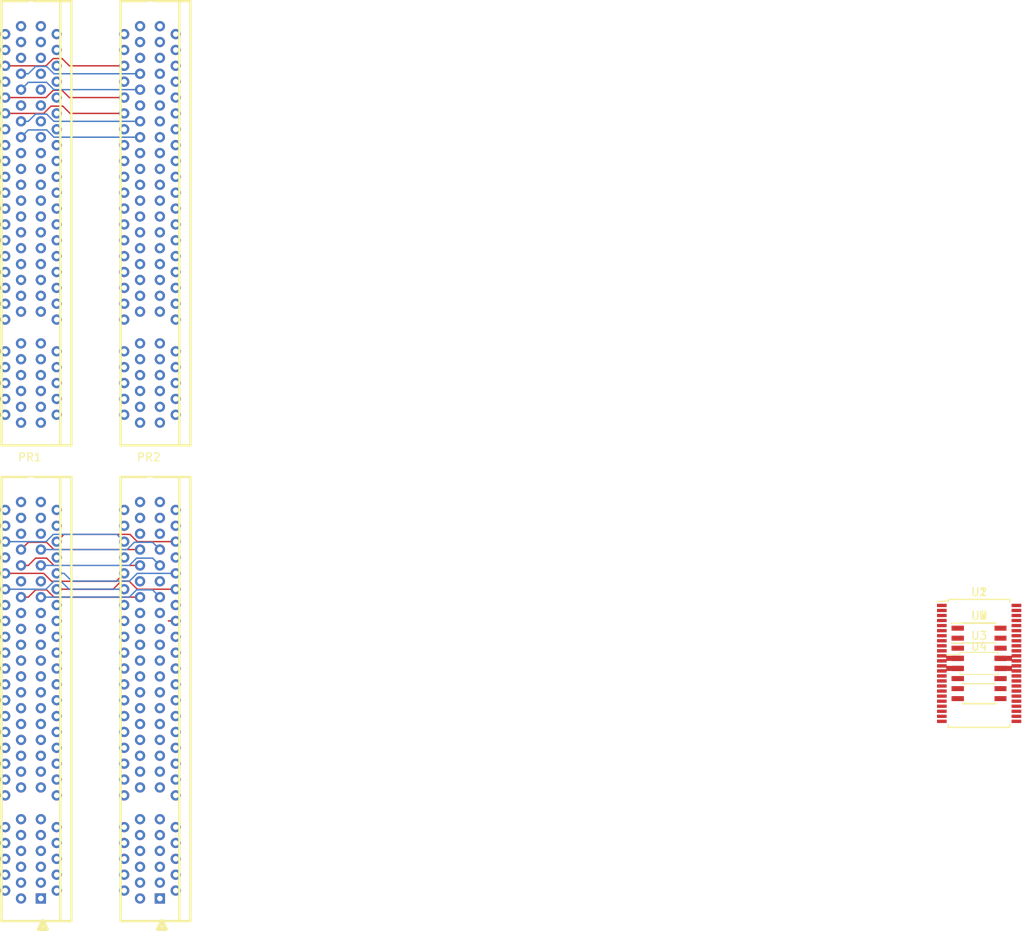
<source format=kicad_pcb>
(kicad_pcb (version 4) (host pcbnew 4.0.4-stable)

  (general
    (links 283)
    (no_connects 253)
    (area 0 0 0 0)
    (thickness 1.6)
    (drawings 0)
    (tracks 101)
    (zones 0)
    (modules 11)
    (nets 295)
  )

  (page A4)
  (layers
    (0 F.Cu signal)
    (1 In1.Cu power)
    (2 In2.Cu power)
    (31 B.Cu signal)
    (32 B.Adhes user)
    (33 F.Adhes user)
    (34 B.Paste user)
    (35 F.Paste user)
    (36 B.SilkS user)
    (37 F.SilkS user)
    (38 B.Mask user)
    (39 F.Mask user)
    (40 Dwgs.User user)
    (41 Cmts.User user)
    (42 Eco1.User user)
    (43 Eco2.User user)
    (44 Edge.Cuts user)
    (45 Margin user)
    (46 B.CrtYd user)
    (47 F.CrtYd user)
    (48 B.Fab user)
    (49 F.Fab user)
  )

  (setup
    (last_trace_width 0.1778)
    (trace_clearance 0.1778)
    (zone_clearance 0.508)
    (zone_45_only no)
    (trace_min 0.1778)
    (segment_width 0.2)
    (edge_width 0.15)
    (via_size 0.508)
    (via_drill 0.381)
    (via_min_size 0.4)
    (via_min_drill 0.3)
    (uvia_size 0.3)
    (uvia_drill 0.1)
    (uvias_allowed no)
    (uvia_min_size 0.2)
    (uvia_min_drill 0.1)
    (pcb_text_width 0.3)
    (pcb_text_size 1.5 1.5)
    (mod_edge_width 0.15)
    (mod_text_size 1 1)
    (mod_text_width 0.15)
    (pad_size 1.524 1.524)
    (pad_drill 0.762)
    (pad_to_mask_clearance 0.2)
    (aux_axis_origin 0 0)
    (visible_elements FFFFFF7F)
    (pcbplotparams
      (layerselection 0x00030_80000001)
      (usegerberextensions false)
      (excludeedgelayer true)
      (linewidth 0.100000)
      (plotframeref false)
      (viasonmask false)
      (mode 1)
      (useauxorigin false)
      (hpglpennumber 1)
      (hpglpenspeed 20)
      (hpglpendiameter 15)
      (hpglpenoverlay 2)
      (psnegative false)
      (psa4output false)
      (plotreference true)
      (plotvalue true)
      (plotinvisibletext false)
      (padsonsilk false)
      (subtractmaskfromsilk false)
      (outputformat 1)
      (mirror false)
      (drillshape 1)
      (scaleselection 1)
      (outputdirectory ""))
  )

  (net 0 "")
  (net 1 /rs2[23])
  (net 2 GNDREF)
  (net 3 /rs2[20])
  (net 4 /rs2[19])
  (net 5 /rs2[16])
  (net 6 /rs2[14])
  (net 7 /rs2[13])
  (net 8 VCC)
  (net 9 /rs2[10])
  (net 10 /rs2[9])
  (net 11 /rs2[7])
  (net 12 /rs2[4])
  (net 13 /rs2[3])
  (net 14 /rs2[0])
  (net 15 "Net-(PR1-Pad144)")
  (net 16 "Net-(PR1-Pad146)")
  (net 17 /rs2[18])
  (net 18 /rs2[22])
  (net 19 /rs2[21])
  (net 20 /rs2[17])
  (net 21 /rs2[11])
  (net 22 /rs2[15])
  (net 23 /rs2[12])
  (net 24 /rs2[8])
  (net 25 /rs2[6])
  (net 26 /rs2[5])
  (net 27 /rs2[2])
  (net 28 "Net-(PR1-Pad145)")
  (net 29 /rs2[1])
  (net 30 /~RS2OE[1])
  (net 31 "Net-(PR1-Pad147)")
  (net 32 /rda[21])
  (net 33 /rda[22])
  (net 34 /rda[15])
  (net 35 /rda[6])
  (net 36 /rda[8])
  (net 37 "Net-(PR1-Pad49)")
  (net 38 /rda[1])
  (net 39 /RDCLK[1])
  (net 40 "Net-(PR1-Pad47)")
  (net 41 /rda[17])
  (net 42 /rda[18])
  (net 43 /rda[12])
  (net 44 /rda[11])
  (net 45 /rda[2])
  (net 46 /rda[5])
  (net 47 /rda[14])
  (net 48 /rda[13])
  (net 49 /rda[19])
  (net 50 /rda[16])
  (net 51 /rda[9])
  (net 52 /rda[10])
  (net 53 /rda[20])
  (net 54 /rda[23])
  (net 55 /rda[7])
  (net 56 "Net-(PR1-Pad46)")
  (net 57 /rda[0])
  (net 58 /rda[4])
  (net 59 /rda[3])
  (net 60 "Net-(PR1-Pad48)")
  (net 61 /rs2[24])
  (net 62 /rda[24])
  (net 63 /rs2[25])
  (net 64 /rda[25])
  (net 65 /rs2[26])
  (net 66 /rs2[29])
  (net 67 /rs2[30])
  (net 68 /rs2[27])
  (net 69 /rs2[28])
  (net 70 /rda[27])
  (net 71 /rda[28])
  (net 72 /rda[26])
  (net 73 /rda[29])
  (net 74 /rda[30])
  (net 75 /rs2[31])
  (net 76 /rda[31])
  (net 77 /rs1[19])
  (net 78 /rs1[18])
  (net 79 /rs1[17])
  (net 80 "Net-(PR1-Pad68)")
  (net 81 "Net-(PR1-Pad67)")
  (net 82 "Net-(PR1-Pad71)")
  (net 83 "Net-(PR1-Pad70)")
  (net 84 /rs1[16])
  (net 85 /rs1[15])
  (net 86 "Net-(PR1-Pad72)")
  (net 87 "Net-(PR1-Pad76)")
  (net 88 "Net-(PR1-Pad78)")
  (net 89 "Net-(PR1-Pad73)")
  (net 90 "Net-(PR1-Pad75)")
  (net 91 "Net-(PR1-Pad79)")
  (net 92 /rs1[14])
  (net 93 /rs1[13])
  (net 94 /rs1[11])
  (net 95 /rs1[10])
  (net 96 /rs1[12])
  (net 97 /rs1[7])
  (net 98 /rs1[9])
  (net 99 /rs1[8])
  (net 100 /rs1[6])
  (net 101 /rs1[1])
  (net 102 /rs1[0])
  (net 103 /rs1[2])
  (net 104 /~RS1OE[1])
  (net 105 /rs1[4])
  (net 106 /rs1[3])
  (net 107 /rs1[5])
  (net 108 "Net-(PR1-Pad193)")
  (net 109 "Net-(PR1-Pad195)")
  (net 110 "Net-(PR1-Pad194)")
  (net 111 "Net-(PR1-Pad196)")
  (net 112 "Net-(PR1-Pad98)")
  (net 113 "Net-(PR1-Pad95)")
  (net 114 "Net-(PR1-Pad96)")
  (net 115 "Net-(PR1-Pad97)")
  (net 116 "Net-(PR1-Pad84)")
  (net 117 "Net-(PR1-Pad82)")
  (net 118 "Net-(PR1-Pad86)")
  (net 119 "Net-(PR1-Pad81)")
  (net 120 "Net-(PR1-Pad83)")
  (net 121 "Net-(PR1-Pad87)")
  (net 122 "Net-(PR1-Pad90)")
  (net 123 "Net-(PR1-Pad92)")
  (net 124 "Net-(PR1-Pad94)")
  (net 125 "Net-(PR1-Pad93)")
  (net 126 "Net-(PR1-Pad89)")
  (net 127 /rs1[22])
  (net 128 /rs1[23])
  (net 129 /rs1[20])
  (net 130 /rs1[21])
  (net 131 "Net-(PR1-Pad64)")
  (net 132 "Net-(PR1-Pad62)")
  (net 133 "Net-(PR1-Pad65)")
  (net 134 "Net-(PR1-Pad61)")
  (net 135 "Net-(PR1-Pad60)")
  (net 136 "Net-(PR1-Pad59)")
  (net 137 "Net-(PR1-Pad56)")
  (net 138 "Net-(PR1-Pad57)")
  (net 139 /rs1[25])
  (net 140 /rs1[26])
  (net 141 /rs1[24])
  (net 142 /rs1[27])
  (net 143 "Net-(PR1-Pad51)")
  (net 144 "Net-(PR1-Pad54)")
  (net 145 "Net-(PR1-Pad53)")
  (net 146 "Net-(PR1-Pad50)")
  (net 147 /rs1[29])
  (net 148 /rs1[30])
  (net 149 /rs1[28])
  (net 150 /rs1[31])
  (net 151 "Net-(PR2-Pad144)")
  (net 152 "Net-(PR2-Pad146)")
  (net 153 "Net-(PR2-Pad145)")
  (net 154 /~RS2OE[2])
  (net 155 "Net-(PR2-Pad147)")
  (net 156 "Net-(PR2-Pad49)")
  (net 157 /RDCLK[2])
  (net 158 "Net-(PR2-Pad47)")
  (net 159 "Net-(PR2-Pad46)")
  (net 160 "Net-(PR2-Pad48)")
  (net 161 "Net-(PR2-Pad68)")
  (net 162 "Net-(PR2-Pad67)")
  (net 163 "Net-(PR2-Pad71)")
  (net 164 "Net-(PR2-Pad70)")
  (net 165 "Net-(PR2-Pad72)")
  (net 166 "Net-(PR2-Pad76)")
  (net 167 "Net-(PR2-Pad78)")
  (net 168 "Net-(PR2-Pad73)")
  (net 169 "Net-(PR2-Pad75)")
  (net 170 "Net-(PR2-Pad79)")
  (net 171 /~RS1OE[2])
  (net 172 "Net-(PR2-Pad193)")
  (net 173 "Net-(PR2-Pad195)")
  (net 174 "Net-(PR2-Pad194)")
  (net 175 "Net-(PR2-Pad196)")
  (net 176 "Net-(PR2-Pad98)")
  (net 177 "Net-(PR2-Pad95)")
  (net 178 "Net-(PR2-Pad96)")
  (net 179 "Net-(PR2-Pad97)")
  (net 180 "Net-(PR2-Pad84)")
  (net 181 "Net-(PR2-Pad82)")
  (net 182 "Net-(PR2-Pad86)")
  (net 183 "Net-(PR2-Pad81)")
  (net 184 "Net-(PR2-Pad83)")
  (net 185 "Net-(PR2-Pad87)")
  (net 186 "Net-(PR2-Pad90)")
  (net 187 "Net-(PR2-Pad92)")
  (net 188 "Net-(PR2-Pad94)")
  (net 189 "Net-(PR2-Pad93)")
  (net 190 "Net-(PR2-Pad89)")
  (net 191 "Net-(PR2-Pad64)")
  (net 192 "Net-(PR2-Pad62)")
  (net 193 "Net-(PR2-Pad65)")
  (net 194 "Net-(PR2-Pad61)")
  (net 195 "Net-(PR2-Pad60)")
  (net 196 "Net-(PR2-Pad59)")
  (net 197 "Net-(PR2-Pad56)")
  (net 198 "Net-(PR2-Pad57)")
  (net 199 "Net-(PR2-Pad51)")
  (net 200 "Net-(PR2-Pad54)")
  (net 201 "Net-(PR2-Pad53)")
  (net 202 "Net-(PR2-Pad50)")
  (net 203 /~rdsel[4])
  (net 204 /rd[31])
  (net 205 /rd[30])
  (net 206 /rd[29])
  (net 207 /rd[28])
  (net 208 /rd[27])
  (net 209 /rd[26])
  (net 210 /rd[25])
  (net 211 /rd[24])
  (net 212 /rd[23])
  (net 213 /rd[22])
  (net 214 /rd[21])
  (net 215 /rd[20])
  (net 216 /rd[19])
  (net 217 /rd[18])
  (net 218 /rd[17])
  (net 219 /rd[16])
  (net 220 /rd[15])
  (net 221 /rd[14])
  (net 222 /rd[13])
  (net 223 /rd[12])
  (net 224 /rd[11])
  (net 225 /rd[10])
  (net 226 /rd[9])
  (net 227 /rd[8])
  (net 228 /rd[7])
  (net 229 /rd[6])
  (net 230 /rd[5])
  (net 231 /rd[4])
  (net 232 /rd[3])
  (net 233 /rd[2])
  (net 234 /rd[1])
  (net 235 /rd[0])
  (net 236 /~RDCLK)
  (net 237 /~RDCLKEN[1])
  (net 238 /~RDCLKEN[2])
  (net 239 GND)
  (net 240 /rdsel[4])
  (net 241 /rdsel[0])
  (net 242 /resel[1])
  (net 243 /resel[2])
  (net 244 /~rden0-7)
  (net 245 "Net-(U5-Pad7)")
  (net 246 "Net-(U5-Pad9)")
  (net 247 "Net-(U5-Pad10)")
  (net 248 "Net-(U5-Pad11)")
  (net 249 "Net-(U5-Pad12)")
  (net 250 "Net-(U5-Pad15)")
  (net 251 /rs2sel[0])
  (net 252 /rs2sel[1])
  (net 253 /rs2sel[2])
  (net 254 /~rs2en0-7)
  (net 255 "Net-(U6-Pad7)")
  (net 256 "Net-(U6-Pad9)")
  (net 257 "Net-(U6-Pad10)")
  (net 258 "Net-(U6-Pad11)")
  (net 259 "Net-(U6-Pad12)")
  (net 260 "Net-(U6-Pad15)")
  (net 261 /rs1sel[0])
  (net 262 /rs1sel[1])
  (net 263 /rs1sel[2])
  (net 264 /~rs1en0-7)
  (net 265 "Net-(U7-Pad7)")
  (net 266 "Net-(U7-Pad9)")
  (net 267 "Net-(U7-Pad10)")
  (net 268 "Net-(U7-Pad11)")
  (net 269 "Net-(U7-Pad12)")
  (net 270 "Net-(U7-Pad15)")
  (net 271 /~rdselen)
  (net 272 /rdsel[3])
  (net 273 "Net-(U8-Pad5)")
  (net 274 "Net-(U8-Pad6)")
  (net 275 "Net-(U8-Pad7)")
  (net 276 "Net-(U8-Pad9)")
  (net 277 "Net-(U8-Pad10)")
  (net 278 "Net-(U8-Pad11)")
  (net 279 /rs2sel[4])
  (net 280 /rs2sel[3])
  (net 281 /~rs2selen)
  (net 282 /~rs1selen)
  (net 283 /rs1sel[3])
  (net 284 /rs1sel[4])
  (net 285 "Net-(U9-Pad5)")
  (net 286 "Net-(U9-Pad6)")
  (net 287 "Net-(U9-Pad7)")
  (net 288 "Net-(U9-Pad9)")
  (net 289 "Net-(U9-Pad10)")
  (net 290 "Net-(U9-Pad11)")
  (net 291 "Net-(U9-Pad12)")
  (net 292 "Net-(U9-Pad13)")
  (net 293 "Net-(U9-Pad14)")
  (net 294 "Net-(U9-Pad15)")

  (net_class Default "This is the default net class."
    (clearance 0.1778)
    (trace_width 0.1778)
    (via_dia 0.508)
    (via_drill 0.381)
    (uvia_dia 0.3)
    (uvia_drill 0.1)
    (add_net /RDCLK[1])
    (add_net /RDCLK[2])
    (add_net /rd[0])
    (add_net /rd[10])
    (add_net /rd[11])
    (add_net /rd[12])
    (add_net /rd[13])
    (add_net /rd[14])
    (add_net /rd[15])
    (add_net /rd[16])
    (add_net /rd[17])
    (add_net /rd[18])
    (add_net /rd[19])
    (add_net /rd[1])
    (add_net /rd[20])
    (add_net /rd[21])
    (add_net /rd[22])
    (add_net /rd[23])
    (add_net /rd[24])
    (add_net /rd[25])
    (add_net /rd[26])
    (add_net /rd[27])
    (add_net /rd[28])
    (add_net /rd[29])
    (add_net /rd[2])
    (add_net /rd[30])
    (add_net /rd[31])
    (add_net /rd[3])
    (add_net /rd[4])
    (add_net /rd[5])
    (add_net /rd[6])
    (add_net /rd[7])
    (add_net /rd[8])
    (add_net /rd[9])
    (add_net /rda[0])
    (add_net /rda[10])
    (add_net /rda[11])
    (add_net /rda[12])
    (add_net /rda[13])
    (add_net /rda[14])
    (add_net /rda[15])
    (add_net /rda[16])
    (add_net /rda[17])
    (add_net /rda[18])
    (add_net /rda[19])
    (add_net /rda[1])
    (add_net /rda[20])
    (add_net /rda[21])
    (add_net /rda[22])
    (add_net /rda[23])
    (add_net /rda[24])
    (add_net /rda[25])
    (add_net /rda[26])
    (add_net /rda[27])
    (add_net /rda[28])
    (add_net /rda[29])
    (add_net /rda[2])
    (add_net /rda[30])
    (add_net /rda[31])
    (add_net /rda[3])
    (add_net /rda[4])
    (add_net /rda[5])
    (add_net /rda[6])
    (add_net /rda[7])
    (add_net /rda[8])
    (add_net /rda[9])
    (add_net /rdsel[0])
    (add_net /rdsel[3])
    (add_net /rdsel[4])
    (add_net /resel[1])
    (add_net /resel[2])
    (add_net /rs1[0])
    (add_net /rs1[10])
    (add_net /rs1[11])
    (add_net /rs1[12])
    (add_net /rs1[13])
    (add_net /rs1[14])
    (add_net /rs1[15])
    (add_net /rs1[16])
    (add_net /rs1[17])
    (add_net /rs1[18])
    (add_net /rs1[19])
    (add_net /rs1[1])
    (add_net /rs1[20])
    (add_net /rs1[21])
    (add_net /rs1[22])
    (add_net /rs1[23])
    (add_net /rs1[24])
    (add_net /rs1[25])
    (add_net /rs1[26])
    (add_net /rs1[27])
    (add_net /rs1[28])
    (add_net /rs1[29])
    (add_net /rs1[2])
    (add_net /rs1[30])
    (add_net /rs1[31])
    (add_net /rs1[3])
    (add_net /rs1[4])
    (add_net /rs1[5])
    (add_net /rs1[6])
    (add_net /rs1[7])
    (add_net /rs1[8])
    (add_net /rs1[9])
    (add_net /rs1sel[0])
    (add_net /rs1sel[1])
    (add_net /rs1sel[2])
    (add_net /rs1sel[3])
    (add_net /rs1sel[4])
    (add_net /rs2[0])
    (add_net /rs2[10])
    (add_net /rs2[11])
    (add_net /rs2[12])
    (add_net /rs2[13])
    (add_net /rs2[14])
    (add_net /rs2[15])
    (add_net /rs2[16])
    (add_net /rs2[17])
    (add_net /rs2[18])
    (add_net /rs2[19])
    (add_net /rs2[1])
    (add_net /rs2[20])
    (add_net /rs2[21])
    (add_net /rs2[22])
    (add_net /rs2[23])
    (add_net /rs2[24])
    (add_net /rs2[25])
    (add_net /rs2[26])
    (add_net /rs2[27])
    (add_net /rs2[28])
    (add_net /rs2[29])
    (add_net /rs2[2])
    (add_net /rs2[30])
    (add_net /rs2[31])
    (add_net /rs2[3])
    (add_net /rs2[4])
    (add_net /rs2[5])
    (add_net /rs2[6])
    (add_net /rs2[7])
    (add_net /rs2[8])
    (add_net /rs2[9])
    (add_net /rs2sel[0])
    (add_net /rs2sel[1])
    (add_net /rs2sel[2])
    (add_net /rs2sel[3])
    (add_net /rs2sel[4])
    (add_net /~RDCLK)
    (add_net /~RDCLKEN[1])
    (add_net /~RDCLKEN[2])
    (add_net /~RS1OE[1])
    (add_net /~RS1OE[2])
    (add_net /~RS2OE[1])
    (add_net /~RS2OE[2])
    (add_net /~rden0-7)
    (add_net /~rdsel[4])
    (add_net /~rdselen)
    (add_net /~rs1en0-7)
    (add_net /~rs1selen)
    (add_net /~rs2en0-7)
    (add_net /~rs2selen)
    (add_net GND)
    (add_net GNDREF)
    (add_net "Net-(PR1-Pad144)")
    (add_net "Net-(PR1-Pad145)")
    (add_net "Net-(PR1-Pad146)")
    (add_net "Net-(PR1-Pad147)")
    (add_net "Net-(PR1-Pad193)")
    (add_net "Net-(PR1-Pad194)")
    (add_net "Net-(PR1-Pad195)")
    (add_net "Net-(PR1-Pad196)")
    (add_net "Net-(PR1-Pad46)")
    (add_net "Net-(PR1-Pad47)")
    (add_net "Net-(PR1-Pad48)")
    (add_net "Net-(PR1-Pad49)")
    (add_net "Net-(PR1-Pad50)")
    (add_net "Net-(PR1-Pad51)")
    (add_net "Net-(PR1-Pad53)")
    (add_net "Net-(PR1-Pad54)")
    (add_net "Net-(PR1-Pad56)")
    (add_net "Net-(PR1-Pad57)")
    (add_net "Net-(PR1-Pad59)")
    (add_net "Net-(PR1-Pad60)")
    (add_net "Net-(PR1-Pad61)")
    (add_net "Net-(PR1-Pad62)")
    (add_net "Net-(PR1-Pad64)")
    (add_net "Net-(PR1-Pad65)")
    (add_net "Net-(PR1-Pad67)")
    (add_net "Net-(PR1-Pad68)")
    (add_net "Net-(PR1-Pad70)")
    (add_net "Net-(PR1-Pad71)")
    (add_net "Net-(PR1-Pad72)")
    (add_net "Net-(PR1-Pad73)")
    (add_net "Net-(PR1-Pad75)")
    (add_net "Net-(PR1-Pad76)")
    (add_net "Net-(PR1-Pad78)")
    (add_net "Net-(PR1-Pad79)")
    (add_net "Net-(PR1-Pad81)")
    (add_net "Net-(PR1-Pad82)")
    (add_net "Net-(PR1-Pad83)")
    (add_net "Net-(PR1-Pad84)")
    (add_net "Net-(PR1-Pad86)")
    (add_net "Net-(PR1-Pad87)")
    (add_net "Net-(PR1-Pad89)")
    (add_net "Net-(PR1-Pad90)")
    (add_net "Net-(PR1-Pad92)")
    (add_net "Net-(PR1-Pad93)")
    (add_net "Net-(PR1-Pad94)")
    (add_net "Net-(PR1-Pad95)")
    (add_net "Net-(PR1-Pad96)")
    (add_net "Net-(PR1-Pad97)")
    (add_net "Net-(PR1-Pad98)")
    (add_net "Net-(PR2-Pad144)")
    (add_net "Net-(PR2-Pad145)")
    (add_net "Net-(PR2-Pad146)")
    (add_net "Net-(PR2-Pad147)")
    (add_net "Net-(PR2-Pad193)")
    (add_net "Net-(PR2-Pad194)")
    (add_net "Net-(PR2-Pad195)")
    (add_net "Net-(PR2-Pad196)")
    (add_net "Net-(PR2-Pad46)")
    (add_net "Net-(PR2-Pad47)")
    (add_net "Net-(PR2-Pad48)")
    (add_net "Net-(PR2-Pad49)")
    (add_net "Net-(PR2-Pad50)")
    (add_net "Net-(PR2-Pad51)")
    (add_net "Net-(PR2-Pad53)")
    (add_net "Net-(PR2-Pad54)")
    (add_net "Net-(PR2-Pad56)")
    (add_net "Net-(PR2-Pad57)")
    (add_net "Net-(PR2-Pad59)")
    (add_net "Net-(PR2-Pad60)")
    (add_net "Net-(PR2-Pad61)")
    (add_net "Net-(PR2-Pad62)")
    (add_net "Net-(PR2-Pad64)")
    (add_net "Net-(PR2-Pad65)")
    (add_net "Net-(PR2-Pad67)")
    (add_net "Net-(PR2-Pad68)")
    (add_net "Net-(PR2-Pad70)")
    (add_net "Net-(PR2-Pad71)")
    (add_net "Net-(PR2-Pad72)")
    (add_net "Net-(PR2-Pad73)")
    (add_net "Net-(PR2-Pad75)")
    (add_net "Net-(PR2-Pad76)")
    (add_net "Net-(PR2-Pad78)")
    (add_net "Net-(PR2-Pad79)")
    (add_net "Net-(PR2-Pad81)")
    (add_net "Net-(PR2-Pad82)")
    (add_net "Net-(PR2-Pad83)")
    (add_net "Net-(PR2-Pad84)")
    (add_net "Net-(PR2-Pad86)")
    (add_net "Net-(PR2-Pad87)")
    (add_net "Net-(PR2-Pad89)")
    (add_net "Net-(PR2-Pad90)")
    (add_net "Net-(PR2-Pad92)")
    (add_net "Net-(PR2-Pad93)")
    (add_net "Net-(PR2-Pad94)")
    (add_net "Net-(PR2-Pad95)")
    (add_net "Net-(PR2-Pad96)")
    (add_net "Net-(PR2-Pad97)")
    (add_net "Net-(PR2-Pad98)")
    (add_net "Net-(U5-Pad10)")
    (add_net "Net-(U5-Pad11)")
    (add_net "Net-(U5-Pad12)")
    (add_net "Net-(U5-Pad15)")
    (add_net "Net-(U5-Pad7)")
    (add_net "Net-(U5-Pad9)")
    (add_net "Net-(U6-Pad10)")
    (add_net "Net-(U6-Pad11)")
    (add_net "Net-(U6-Pad12)")
    (add_net "Net-(U6-Pad15)")
    (add_net "Net-(U6-Pad7)")
    (add_net "Net-(U6-Pad9)")
    (add_net "Net-(U7-Pad10)")
    (add_net "Net-(U7-Pad11)")
    (add_net "Net-(U7-Pad12)")
    (add_net "Net-(U7-Pad15)")
    (add_net "Net-(U7-Pad7)")
    (add_net "Net-(U7-Pad9)")
    (add_net "Net-(U8-Pad10)")
    (add_net "Net-(U8-Pad11)")
    (add_net "Net-(U8-Pad5)")
    (add_net "Net-(U8-Pad6)")
    (add_net "Net-(U8-Pad7)")
    (add_net "Net-(U8-Pad9)")
    (add_net "Net-(U9-Pad10)")
    (add_net "Net-(U9-Pad11)")
    (add_net "Net-(U9-Pad12)")
    (add_net "Net-(U9-Pad13)")
    (add_net "Net-(U9-Pad14)")
    (add_net "Net-(U9-Pad15)")
    (add_net "Net-(U9-Pad5)")
    (add_net "Net-(U9-Pad6)")
    (add_net "Net-(U9-Pad7)")
    (add_net "Net-(U9-Pad9)")
    (add_net VCC)
  )

  (module Housings_SSOP:SSOP-48_7.5x15.9mm_Pitch0.635mm (layer F.Cu) (tedit 54130A77) (tstamp 5A5CFDF9)
    (at 148.5011 105.0036)
    (descr "SSOP48: plastic shrink small outline package; 48 leads; body width 7.5 mm; (see NXP SSOP-TSSOP-VSO-REFLOW.pdf and sot370-1_po.pdf)")
    (tags "SSOP 0.635")
    (path /5A5D92FE)
    (attr smd)
    (fp_text reference U1 (at 0 -9) (layer F.SilkS)
      (effects (font (size 1 1) (thickness 0.15)))
    )
    (fp_text value 74LVTH162541 (at 0 9) (layer F.Fab)
      (effects (font (size 1 1) (thickness 0.15)))
    )
    (fp_line (start -2.75 -7.95) (end 3.75 -7.95) (layer F.Fab) (width 0.15))
    (fp_line (start 3.75 -7.95) (end 3.75 7.95) (layer F.Fab) (width 0.15))
    (fp_line (start 3.75 7.95) (end -3.75 7.95) (layer F.Fab) (width 0.15))
    (fp_line (start -3.75 7.95) (end -3.75 -6.95) (layer F.Fab) (width 0.15))
    (fp_line (start -3.75 -6.95) (end -2.75 -7.95) (layer F.Fab) (width 0.15))
    (fp_line (start -5.55 -8.25) (end -5.55 8.25) (layer F.CrtYd) (width 0.05))
    (fp_line (start 5.55 -8.25) (end 5.55 8.25) (layer F.CrtYd) (width 0.05))
    (fp_line (start -5.55 -8.25) (end 5.55 -8.25) (layer F.CrtYd) (width 0.05))
    (fp_line (start -5.55 8.25) (end 5.55 8.25) (layer F.CrtYd) (width 0.05))
    (fp_line (start -3.875 -8.075) (end -3.875 -7.825) (layer F.SilkS) (width 0.15))
    (fp_line (start 3.875 -8.075) (end 3.875 -7.7275) (layer F.SilkS) (width 0.15))
    (fp_line (start 3.875 8.075) (end 3.875 7.7275) (layer F.SilkS) (width 0.15))
    (fp_line (start -3.875 8.075) (end -3.875 7.7275) (layer F.SilkS) (width 0.15))
    (fp_line (start -3.875 -8.075) (end 3.875 -8.075) (layer F.SilkS) (width 0.15))
    (fp_line (start -3.875 8.075) (end 3.875 8.075) (layer F.SilkS) (width 0.15))
    (fp_line (start -3.875 -7.825) (end -5.3 -7.825) (layer F.SilkS) (width 0.15))
    (fp_text user %R (at 0 0) (layer F.Fab)
      (effects (font (size 0.8 0.8) (thickness 0.15)))
    )
    (pad 1 smd rect (at -4.7 -7.3025) (size 1.2 0.4) (layers F.Cu F.Paste F.Mask)
      (net 203 /~rdsel[4]))
    (pad 2 smd rect (at -4.7 -6.6675) (size 1.2 0.4) (layers F.Cu F.Paste F.Mask)
      (net 204 /rd[31]))
    (pad 3 smd rect (at -4.7 -6.0325) (size 1.2 0.4) (layers F.Cu F.Paste F.Mask)
      (net 205 /rd[30]))
    (pad 4 smd rect (at -4.7 -5.3975) (size 1.2 0.4) (layers F.Cu F.Paste F.Mask)
      (net 2 GNDREF))
    (pad 5 smd rect (at -4.7 -4.7625) (size 1.2 0.4) (layers F.Cu F.Paste F.Mask)
      (net 206 /rd[29]))
    (pad 6 smd rect (at -4.7 -4.1275) (size 1.2 0.4) (layers F.Cu F.Paste F.Mask)
      (net 207 /rd[28]))
    (pad 7 smd rect (at -4.7 -3.4925) (size 1.2 0.4) (layers F.Cu F.Paste F.Mask)
      (net 8 VCC))
    (pad 8 smd rect (at -4.7 -2.8575) (size 1.2 0.4) (layers F.Cu F.Paste F.Mask)
      (net 208 /rd[27]))
    (pad 9 smd rect (at -4.7 -2.2225) (size 1.2 0.4) (layers F.Cu F.Paste F.Mask)
      (net 209 /rd[26]))
    (pad 10 smd rect (at -4.7 -1.5875) (size 1.2 0.4) (layers F.Cu F.Paste F.Mask)
      (net 2 GNDREF))
    (pad 11 smd rect (at -4.7 -0.9525) (size 1.2 0.4) (layers F.Cu F.Paste F.Mask)
      (net 210 /rd[25]))
    (pad 12 smd rect (at -4.7 -0.3175) (size 1.2 0.4) (layers F.Cu F.Paste F.Mask)
      (net 211 /rd[24]))
    (pad 13 smd rect (at -4.7 0.3175) (size 1.2 0.4) (layers F.Cu F.Paste F.Mask)
      (net 212 /rd[23]))
    (pad 14 smd rect (at -4.7 0.9525) (size 1.2 0.4) (layers F.Cu F.Paste F.Mask)
      (net 213 /rd[22]))
    (pad 15 smd rect (at -4.7 1.5875) (size 1.2 0.4) (layers F.Cu F.Paste F.Mask)
      (net 2 GNDREF))
    (pad 16 smd rect (at -4.7 2.2225) (size 1.2 0.4) (layers F.Cu F.Paste F.Mask)
      (net 214 /rd[21]))
    (pad 17 smd rect (at -4.7 2.8575) (size 1.2 0.4) (layers F.Cu F.Paste F.Mask)
      (net 215 /rd[20]))
    (pad 18 smd rect (at -4.7 3.4925) (size 1.2 0.4) (layers F.Cu F.Paste F.Mask)
      (net 8 VCC))
    (pad 19 smd rect (at -4.7 4.1275) (size 1.2 0.4) (layers F.Cu F.Paste F.Mask)
      (net 216 /rd[19]))
    (pad 20 smd rect (at -4.7 4.7625) (size 1.2 0.4) (layers F.Cu F.Paste F.Mask)
      (net 217 /rd[18]))
    (pad 21 smd rect (at -4.7 5.3975) (size 1.2 0.4) (layers F.Cu F.Paste F.Mask)
      (net 2 GNDREF))
    (pad 22 smd rect (at -4.7 6.0325) (size 1.2 0.4) (layers F.Cu F.Paste F.Mask)
      (net 218 /rd[17]))
    (pad 23 smd rect (at -4.7 6.6675) (size 1.2 0.4) (layers F.Cu F.Paste F.Mask)
      (net 219 /rd[16]))
    (pad 24 smd rect (at -4.7 7.3025) (size 1.2 0.4) (layers F.Cu F.Paste F.Mask)
      (net 203 /~rdsel[4]))
    (pad 25 smd rect (at 4.7 7.3025) (size 1.2 0.4) (layers F.Cu F.Paste F.Mask)
      (net 2 GNDREF))
    (pad 26 smd rect (at 4.7 6.6675) (size 1.2 0.4) (layers F.Cu F.Paste F.Mask)
      (net 50 /rda[16]))
    (pad 27 smd rect (at 4.7 6.0325) (size 1.2 0.4) (layers F.Cu F.Paste F.Mask)
      (net 41 /rda[17]))
    (pad 28 smd rect (at 4.7 5.3975) (size 1.2 0.4) (layers F.Cu F.Paste F.Mask)
      (net 2 GNDREF))
    (pad 29 smd rect (at 4.7 4.7625) (size 1.2 0.4) (layers F.Cu F.Paste F.Mask)
      (net 42 /rda[18]))
    (pad 30 smd rect (at 4.7 4.1275) (size 1.2 0.4) (layers F.Cu F.Paste F.Mask)
      (net 49 /rda[19]))
    (pad 31 smd rect (at 4.7 3.4925) (size 1.2 0.4) (layers F.Cu F.Paste F.Mask)
      (net 8 VCC))
    (pad 32 smd rect (at 4.7 2.8575) (size 1.2 0.4) (layers F.Cu F.Paste F.Mask)
      (net 53 /rda[20]))
    (pad 33 smd rect (at 4.7 2.2225) (size 1.2 0.4) (layers F.Cu F.Paste F.Mask)
      (net 32 /rda[21]))
    (pad 34 smd rect (at 4.7 1.5875) (size 1.2 0.4) (layers F.Cu F.Paste F.Mask)
      (net 2 GNDREF))
    (pad 35 smd rect (at 4.7 0.9525) (size 1.2 0.4) (layers F.Cu F.Paste F.Mask)
      (net 33 /rda[22]))
    (pad 36 smd rect (at 4.7 0.3175) (size 1.2 0.4) (layers F.Cu F.Paste F.Mask)
      (net 54 /rda[23]))
    (pad 37 smd rect (at 4.7 -0.3175) (size 1.2 0.4) (layers F.Cu F.Paste F.Mask)
      (net 62 /rda[24]))
    (pad 38 smd rect (at 4.7 -0.9525) (size 1.2 0.4) (layers F.Cu F.Paste F.Mask)
      (net 64 /rda[25]))
    (pad 39 smd rect (at 4.7 -1.5875) (size 1.2 0.4) (layers F.Cu F.Paste F.Mask)
      (net 2 GNDREF))
    (pad 40 smd rect (at 4.7 -2.2225) (size 1.2 0.4) (layers F.Cu F.Paste F.Mask)
      (net 72 /rda[26]))
    (pad 41 smd rect (at 4.7 -2.8575) (size 1.2 0.4) (layers F.Cu F.Paste F.Mask)
      (net 70 /rda[27]))
    (pad 42 smd rect (at 4.7 -3.4925) (size 1.2 0.4) (layers F.Cu F.Paste F.Mask)
      (net 8 VCC))
    (pad 43 smd rect (at 4.7 -4.1275) (size 1.2 0.4) (layers F.Cu F.Paste F.Mask)
      (net 71 /rda[28]))
    (pad 44 smd rect (at 4.7 -4.7625) (size 1.2 0.4) (layers F.Cu F.Paste F.Mask)
      (net 73 /rda[29]))
    (pad 45 smd rect (at 4.7 -5.3975) (size 1.2 0.4) (layers F.Cu F.Paste F.Mask)
      (net 2 GNDREF))
    (pad 46 smd rect (at 4.7 -6.0325) (size 1.2 0.4) (layers F.Cu F.Paste F.Mask)
      (net 74 /rda[30]))
    (pad 47 smd rect (at 4.7 -6.6675) (size 1.2 0.4) (layers F.Cu F.Paste F.Mask)
      (net 76 /rda[31]))
    (pad 48 smd rect (at 4.7 -7.3025) (size 1.2 0.4) (layers F.Cu F.Paste F.Mask)
      (net 2 GNDREF))
    (model ${KISYS3DMOD}/Housings_SSOP.3dshapes/SSOP-48_7.5x15.9mm_Pitch0.635mm.wrl
      (at (xyz 0 0 0))
      (scale (xyz 1 1 1))
      (rotate (xyz 0 0 0))
    )
  )

  (module Housings_SSOP:SSOP-48_7.5x15.9mm_Pitch0.635mm (layer F.Cu) (tedit 54130A77) (tstamp 5A5CFE2D)
    (at 148.5011 105.0036)
    (descr "SSOP48: plastic shrink small outline package; 48 leads; body width 7.5 mm; (see NXP SSOP-TSSOP-VSO-REFLOW.pdf and sot370-1_po.pdf)")
    (tags "SSOP 0.635")
    (path /5A5D93C8)
    (attr smd)
    (fp_text reference U2 (at 0 -9) (layer F.SilkS)
      (effects (font (size 1 1) (thickness 0.15)))
    )
    (fp_text value 74LVTH162541 (at 0 9) (layer F.Fab)
      (effects (font (size 1 1) (thickness 0.15)))
    )
    (fp_line (start -2.75 -7.95) (end 3.75 -7.95) (layer F.Fab) (width 0.15))
    (fp_line (start 3.75 -7.95) (end 3.75 7.95) (layer F.Fab) (width 0.15))
    (fp_line (start 3.75 7.95) (end -3.75 7.95) (layer F.Fab) (width 0.15))
    (fp_line (start -3.75 7.95) (end -3.75 -6.95) (layer F.Fab) (width 0.15))
    (fp_line (start -3.75 -6.95) (end -2.75 -7.95) (layer F.Fab) (width 0.15))
    (fp_line (start -5.55 -8.25) (end -5.55 8.25) (layer F.CrtYd) (width 0.05))
    (fp_line (start 5.55 -8.25) (end 5.55 8.25) (layer F.CrtYd) (width 0.05))
    (fp_line (start -5.55 -8.25) (end 5.55 -8.25) (layer F.CrtYd) (width 0.05))
    (fp_line (start -5.55 8.25) (end 5.55 8.25) (layer F.CrtYd) (width 0.05))
    (fp_line (start -3.875 -8.075) (end -3.875 -7.825) (layer F.SilkS) (width 0.15))
    (fp_line (start 3.875 -8.075) (end 3.875 -7.7275) (layer F.SilkS) (width 0.15))
    (fp_line (start 3.875 8.075) (end 3.875 7.7275) (layer F.SilkS) (width 0.15))
    (fp_line (start -3.875 8.075) (end -3.875 7.7275) (layer F.SilkS) (width 0.15))
    (fp_line (start -3.875 -8.075) (end 3.875 -8.075) (layer F.SilkS) (width 0.15))
    (fp_line (start -3.875 8.075) (end 3.875 8.075) (layer F.SilkS) (width 0.15))
    (fp_line (start -3.875 -7.825) (end -5.3 -7.825) (layer F.SilkS) (width 0.15))
    (fp_text user %R (at 0 0) (layer F.Fab)
      (effects (font (size 0.8 0.8) (thickness 0.15)))
    )
    (pad 1 smd rect (at -4.7 -7.3025) (size 1.2 0.4) (layers F.Cu F.Paste F.Mask)
      (net 203 /~rdsel[4]))
    (pad 2 smd rect (at -4.7 -6.6675) (size 1.2 0.4) (layers F.Cu F.Paste F.Mask)
      (net 220 /rd[15]))
    (pad 3 smd rect (at -4.7 -6.0325) (size 1.2 0.4) (layers F.Cu F.Paste F.Mask)
      (net 221 /rd[14]))
    (pad 4 smd rect (at -4.7 -5.3975) (size 1.2 0.4) (layers F.Cu F.Paste F.Mask)
      (net 2 GNDREF))
    (pad 5 smd rect (at -4.7 -4.7625) (size 1.2 0.4) (layers F.Cu F.Paste F.Mask)
      (net 222 /rd[13]))
    (pad 6 smd rect (at -4.7 -4.1275) (size 1.2 0.4) (layers F.Cu F.Paste F.Mask)
      (net 223 /rd[12]))
    (pad 7 smd rect (at -4.7 -3.4925) (size 1.2 0.4) (layers F.Cu F.Paste F.Mask)
      (net 8 VCC))
    (pad 8 smd rect (at -4.7 -2.8575) (size 1.2 0.4) (layers F.Cu F.Paste F.Mask)
      (net 224 /rd[11]))
    (pad 9 smd rect (at -4.7 -2.2225) (size 1.2 0.4) (layers F.Cu F.Paste F.Mask)
      (net 225 /rd[10]))
    (pad 10 smd rect (at -4.7 -1.5875) (size 1.2 0.4) (layers F.Cu F.Paste F.Mask)
      (net 2 GNDREF))
    (pad 11 smd rect (at -4.7 -0.9525) (size 1.2 0.4) (layers F.Cu F.Paste F.Mask)
      (net 226 /rd[9]))
    (pad 12 smd rect (at -4.7 -0.3175) (size 1.2 0.4) (layers F.Cu F.Paste F.Mask)
      (net 227 /rd[8]))
    (pad 13 smd rect (at -4.7 0.3175) (size 1.2 0.4) (layers F.Cu F.Paste F.Mask)
      (net 228 /rd[7]))
    (pad 14 smd rect (at -4.7 0.9525) (size 1.2 0.4) (layers F.Cu F.Paste F.Mask)
      (net 229 /rd[6]))
    (pad 15 smd rect (at -4.7 1.5875) (size 1.2 0.4) (layers F.Cu F.Paste F.Mask)
      (net 2 GNDREF))
    (pad 16 smd rect (at -4.7 2.2225) (size 1.2 0.4) (layers F.Cu F.Paste F.Mask)
      (net 230 /rd[5]))
    (pad 17 smd rect (at -4.7 2.8575) (size 1.2 0.4) (layers F.Cu F.Paste F.Mask)
      (net 231 /rd[4]))
    (pad 18 smd rect (at -4.7 3.4925) (size 1.2 0.4) (layers F.Cu F.Paste F.Mask)
      (net 8 VCC))
    (pad 19 smd rect (at -4.7 4.1275) (size 1.2 0.4) (layers F.Cu F.Paste F.Mask)
      (net 232 /rd[3]))
    (pad 20 smd rect (at -4.7 4.7625) (size 1.2 0.4) (layers F.Cu F.Paste F.Mask)
      (net 233 /rd[2]))
    (pad 21 smd rect (at -4.7 5.3975) (size 1.2 0.4) (layers F.Cu F.Paste F.Mask)
      (net 2 GNDREF))
    (pad 22 smd rect (at -4.7 6.0325) (size 1.2 0.4) (layers F.Cu F.Paste F.Mask)
      (net 234 /rd[1]))
    (pad 23 smd rect (at -4.7 6.6675) (size 1.2 0.4) (layers F.Cu F.Paste F.Mask)
      (net 235 /rd[0]))
    (pad 24 smd rect (at -4.7 7.3025) (size 1.2 0.4) (layers F.Cu F.Paste F.Mask)
      (net 203 /~rdsel[4]))
    (pad 25 smd rect (at 4.7 7.3025) (size 1.2 0.4) (layers F.Cu F.Paste F.Mask)
      (net 2 GNDREF))
    (pad 26 smd rect (at 4.7 6.6675) (size 1.2 0.4) (layers F.Cu F.Paste F.Mask)
      (net 57 /rda[0]))
    (pad 27 smd rect (at 4.7 6.0325) (size 1.2 0.4) (layers F.Cu F.Paste F.Mask)
      (net 38 /rda[1]))
    (pad 28 smd rect (at 4.7 5.3975) (size 1.2 0.4) (layers F.Cu F.Paste F.Mask)
      (net 2 GNDREF))
    (pad 29 smd rect (at 4.7 4.7625) (size 1.2 0.4) (layers F.Cu F.Paste F.Mask)
      (net 45 /rda[2]))
    (pad 30 smd rect (at 4.7 4.1275) (size 1.2 0.4) (layers F.Cu F.Paste F.Mask)
      (net 59 /rda[3]))
    (pad 31 smd rect (at 4.7 3.4925) (size 1.2 0.4) (layers F.Cu F.Paste F.Mask)
      (net 8 VCC))
    (pad 32 smd rect (at 4.7 2.8575) (size 1.2 0.4) (layers F.Cu F.Paste F.Mask)
      (net 58 /rda[4]))
    (pad 33 smd rect (at 4.7 2.2225) (size 1.2 0.4) (layers F.Cu F.Paste F.Mask)
      (net 46 /rda[5]))
    (pad 34 smd rect (at 4.7 1.5875) (size 1.2 0.4) (layers F.Cu F.Paste F.Mask)
      (net 2 GNDREF))
    (pad 35 smd rect (at 4.7 0.9525) (size 1.2 0.4) (layers F.Cu F.Paste F.Mask)
      (net 35 /rda[6]))
    (pad 36 smd rect (at 4.7 0.3175) (size 1.2 0.4) (layers F.Cu F.Paste F.Mask)
      (net 55 /rda[7]))
    (pad 37 smd rect (at 4.7 -0.3175) (size 1.2 0.4) (layers F.Cu F.Paste F.Mask)
      (net 36 /rda[8]))
    (pad 38 smd rect (at 4.7 -0.9525) (size 1.2 0.4) (layers F.Cu F.Paste F.Mask)
      (net 51 /rda[9]))
    (pad 39 smd rect (at 4.7 -1.5875) (size 1.2 0.4) (layers F.Cu F.Paste F.Mask)
      (net 2 GNDREF))
    (pad 40 smd rect (at 4.7 -2.2225) (size 1.2 0.4) (layers F.Cu F.Paste F.Mask)
      (net 52 /rda[10]))
    (pad 41 smd rect (at 4.7 -2.8575) (size 1.2 0.4) (layers F.Cu F.Paste F.Mask)
      (net 44 /rda[11]))
    (pad 42 smd rect (at 4.7 -3.4925) (size 1.2 0.4) (layers F.Cu F.Paste F.Mask)
      (net 8 VCC))
    (pad 43 smd rect (at 4.7 -4.1275) (size 1.2 0.4) (layers F.Cu F.Paste F.Mask)
      (net 43 /rda[12]))
    (pad 44 smd rect (at 4.7 -4.7625) (size 1.2 0.4) (layers F.Cu F.Paste F.Mask)
      (net 48 /rda[13]))
    (pad 45 smd rect (at 4.7 -5.3975) (size 1.2 0.4) (layers F.Cu F.Paste F.Mask)
      (net 2 GNDREF))
    (pad 46 smd rect (at 4.7 -6.0325) (size 1.2 0.4) (layers F.Cu F.Paste F.Mask)
      (net 47 /rda[14]))
    (pad 47 smd rect (at 4.7 -6.6675) (size 1.2 0.4) (layers F.Cu F.Paste F.Mask)
      (net 34 /rda[15]))
    (pad 48 smd rect (at 4.7 -7.3025) (size 1.2 0.4) (layers F.Cu F.Paste F.Mask)
      (net 2 GNDREF))
    (model ${KISYS3DMOD}/Housings_SSOP.3dshapes/SSOP-48_7.5x15.9mm_Pitch0.635mm.wrl
      (at (xyz 0 0 0))
      (scale (xyz 1 1 1))
      (rotate (xyz 0 0 0))
    )
  )

  (module Housings_SOIC:SOIC-8_3.9x4.9mm_Pitch1.27mm (layer F.Cu) (tedit 58CD0CDA) (tstamp 5A5CFE39)
    (at 148.5011 105.0036)
    (descr "8-Lead Plastic Small Outline (SN) - Narrow, 3.90 mm Body [SOIC] (see Microchip Packaging Specification 00000049BS.pdf)")
    (tags "SOIC 1.27")
    (path /5A5D4598)
    (attr smd)
    (fp_text reference U3 (at 0 -3.5) (layer F.SilkS)
      (effects (font (size 1 1) (thickness 0.15)))
    )
    (fp_text value 74LVC02 (at 0 3.5) (layer F.Fab)
      (effects (font (size 1 1) (thickness 0.15)))
    )
    (fp_text user %R (at 0 0) (layer F.Fab)
      (effects (font (size 1 1) (thickness 0.15)))
    )
    (fp_line (start -0.95 -2.45) (end 1.95 -2.45) (layer F.Fab) (width 0.1))
    (fp_line (start 1.95 -2.45) (end 1.95 2.45) (layer F.Fab) (width 0.1))
    (fp_line (start 1.95 2.45) (end -1.95 2.45) (layer F.Fab) (width 0.1))
    (fp_line (start -1.95 2.45) (end -1.95 -1.45) (layer F.Fab) (width 0.1))
    (fp_line (start -1.95 -1.45) (end -0.95 -2.45) (layer F.Fab) (width 0.1))
    (fp_line (start -3.73 -2.7) (end -3.73 2.7) (layer F.CrtYd) (width 0.05))
    (fp_line (start 3.73 -2.7) (end 3.73 2.7) (layer F.CrtYd) (width 0.05))
    (fp_line (start -3.73 -2.7) (end 3.73 -2.7) (layer F.CrtYd) (width 0.05))
    (fp_line (start -3.73 2.7) (end 3.73 2.7) (layer F.CrtYd) (width 0.05))
    (fp_line (start -2.075 -2.575) (end -2.075 -2.525) (layer F.SilkS) (width 0.15))
    (fp_line (start 2.075 -2.575) (end 2.075 -2.43) (layer F.SilkS) (width 0.15))
    (fp_line (start 2.075 2.575) (end 2.075 2.43) (layer F.SilkS) (width 0.15))
    (fp_line (start -2.075 2.575) (end -2.075 2.43) (layer F.SilkS) (width 0.15))
    (fp_line (start -2.075 -2.575) (end 2.075 -2.575) (layer F.SilkS) (width 0.15))
    (fp_line (start -2.075 2.575) (end 2.075 2.575) (layer F.SilkS) (width 0.15))
    (fp_line (start -2.075 -2.525) (end -3.475 -2.525) (layer F.SilkS) (width 0.15))
    (pad 1 smd rect (at -2.7 -1.905) (size 1.55 0.6) (layers F.Cu F.Paste F.Mask)
      (net 39 /RDCLK[1]))
    (pad 2 smd rect (at -2.7 -0.635) (size 1.55 0.6) (layers F.Cu F.Paste F.Mask)
      (net 236 /~RDCLK))
    (pad 3 smd rect (at -2.7 0.635) (size 1.55 0.6) (layers F.Cu F.Paste F.Mask)
      (net 237 /~RDCLKEN[1]))
    (pad 4 smd rect (at -2.7 1.905) (size 1.55 0.6) (layers F.Cu F.Paste F.Mask)
      (net 157 /RDCLK[2]))
    (pad 5 smd rect (at 2.7 1.905) (size 1.55 0.6) (layers F.Cu F.Paste F.Mask)
      (net 236 /~RDCLK))
    (pad 6 smd rect (at 2.7 0.635) (size 1.55 0.6) (layers F.Cu F.Paste F.Mask)
      (net 238 /~RDCLKEN[2]))
    (pad 7 smd rect (at 2.7 -0.635) (size 1.55 0.6) (layers F.Cu F.Paste F.Mask)
      (net 239 GND))
    (pad 8 smd rect (at 2.7 -1.905) (size 1.55 0.6) (layers F.Cu F.Paste F.Mask))
    (model ${KISYS3DMOD}/Housings_SOIC.3dshapes/SOIC-8_3.9x4.9mm_Pitch1.27mm.wrl
      (at (xyz 0 0 0))
      (scale (xyz 1 1 1))
      (rotate (xyz 0 0 0))
    )
  )

  (module Housings_SOIC:SO-4_4.4x2.3mm_Pitch1.27mm (layer F.Cu) (tedit 591B45D9) (tstamp 5A5CFE41)
    (at 148.5011 105.0036)
    (descr "4-Lead Plastic Small Outline (SO), see http://datasheet.octopart.com/OPIA403BTRE-Optek-datasheet-5328560.pdf")
    (tags "SO SOIC 1.27")
    (path /5A5DF3B5)
    (attr smd)
    (fp_text reference U4 (at 0 -2.1) (layer F.SilkS)
      (effects (font (size 1 1) (thickness 0.15)))
    )
    (fp_text value 74LVC04 (at 0 2.3) (layer F.Fab)
      (effects (font (size 1 1) (thickness 0.15)))
    )
    (fp_text user %R (at 0 -0.065) (layer F.Fab)
      (effects (font (size 1 1) (thickness 0.15)))
    )
    (fp_line (start -2.2 1.2) (end 2.2 1.2) (layer F.Fab) (width 0.12))
    (fp_line (start 2.2 1.2) (end 2.2 -1.2) (layer F.Fab) (width 0.12))
    (fp_line (start 2.2 -1.2) (end -1.7 -1.2) (layer F.Fab) (width 0.12))
    (fp_line (start -1.7 -1.2) (end -2.2 -0.7) (layer F.Fab) (width 0.12))
    (fp_line (start -2.2 -0.7) (end -2.2 1.2) (layer F.Fab) (width 0.12))
    (fp_line (start -2.4 -1.1) (end -4.1 -1.1) (layer F.SilkS) (width 0.12))
    (fp_line (start 2.4 1.1) (end 2.4 1.4) (layer F.SilkS) (width 0.12))
    (fp_line (start 2.4 1.4) (end -2.4 1.4) (layer F.SilkS) (width 0.12))
    (fp_line (start -2.4 1.4) (end -2.4 1.1) (layer F.SilkS) (width 0.12))
    (fp_line (start -2.4 -1.1) (end -2.4 -1.4) (layer F.SilkS) (width 0.12))
    (fp_line (start -2.4 -1.4) (end 2.4 -1.4) (layer F.SilkS) (width 0.12))
    (fp_line (start 2.4 -1.4) (end 2.4 -1.1) (layer F.SilkS) (width 0.12))
    (fp_line (start -4.4 -1.45) (end 4.4 -1.45) (layer F.CrtYd) (width 0.05))
    (fp_line (start -4.4 -1.45) (end -4.4 1.45) (layer F.CrtYd) (width 0.05))
    (fp_line (start 4.4 1.45) (end 4.4 -1.45) (layer F.CrtYd) (width 0.05))
    (fp_line (start 4.4 1.45) (end -4.4 1.45) (layer F.CrtYd) (width 0.05))
    (pad 1 smd rect (at -3.15 -0.635) (size 2 0.64) (layers F.Cu F.Paste F.Mask)
      (net 240 /rdsel[4]))
    (pad 2 smd rect (at -3.15 0.635) (size 2 0.64) (layers F.Cu F.Paste F.Mask)
      (net 203 /~rdsel[4]))
    (pad 3 smd rect (at 3.15 0.635) (size 2 0.64) (layers F.Cu F.Paste F.Mask))
    (pad 4 smd rect (at 3.15 -0.635) (size 2 0.64) (layers F.Cu F.Paste F.Mask))
    (model ${KISYS3DMOD}/Housings_SOIC.3dshapes/SO-4_4.4x2.3mm_Pitch1.27mm.wrl
      (at (xyz 0 0.0005905512 0))
      (scale (xyz 1 1 1))
      (rotate (xyz 0 0 0))
    )
  )

  (module Housings_SOIC:SOIC-16_3.9x9.9mm_Pitch1.27mm (layer F.Cu) (tedit 58CC8F64) (tstamp 5A5CFE55)
    (at 148.5011 105.0036)
    (descr "16-Lead Plastic Small Outline (SL) - Narrow, 3.90 mm Body [SOIC] (see Microchip Packaging Specification 00000049BS.pdf)")
    (tags "SOIC 1.27")
    (path /5A5D3BA9)
    (attr smd)
    (fp_text reference U5 (at 0 -6) (layer F.SilkS)
      (effects (font (size 1 1) (thickness 0.15)))
    )
    (fp_text value 74LVC138 (at 0 6) (layer F.Fab)
      (effects (font (size 1 1) (thickness 0.15)))
    )
    (fp_text user %R (at 0 0) (layer F.Fab)
      (effects (font (size 0.9 0.9) (thickness 0.135)))
    )
    (fp_line (start -0.95 -4.95) (end 1.95 -4.95) (layer F.Fab) (width 0.15))
    (fp_line (start 1.95 -4.95) (end 1.95 4.95) (layer F.Fab) (width 0.15))
    (fp_line (start 1.95 4.95) (end -1.95 4.95) (layer F.Fab) (width 0.15))
    (fp_line (start -1.95 4.95) (end -1.95 -3.95) (layer F.Fab) (width 0.15))
    (fp_line (start -1.95 -3.95) (end -0.95 -4.95) (layer F.Fab) (width 0.15))
    (fp_line (start -3.7 -5.25) (end -3.7 5.25) (layer F.CrtYd) (width 0.05))
    (fp_line (start 3.7 -5.25) (end 3.7 5.25) (layer F.CrtYd) (width 0.05))
    (fp_line (start -3.7 -5.25) (end 3.7 -5.25) (layer F.CrtYd) (width 0.05))
    (fp_line (start -3.7 5.25) (end 3.7 5.25) (layer F.CrtYd) (width 0.05))
    (fp_line (start -2.075 -5.075) (end -2.075 -5.05) (layer F.SilkS) (width 0.15))
    (fp_line (start 2.075 -5.075) (end 2.075 -4.97) (layer F.SilkS) (width 0.15))
    (fp_line (start 2.075 5.075) (end 2.075 4.97) (layer F.SilkS) (width 0.15))
    (fp_line (start -2.075 5.075) (end -2.075 4.97) (layer F.SilkS) (width 0.15))
    (fp_line (start -2.075 -5.075) (end 2.075 -5.075) (layer F.SilkS) (width 0.15))
    (fp_line (start -2.075 5.075) (end 2.075 5.075) (layer F.SilkS) (width 0.15))
    (fp_line (start -2.075 -5.05) (end -3.45 -5.05) (layer F.SilkS) (width 0.15))
    (pad 1 smd rect (at -2.7 -4.445) (size 1.5 0.6) (layers F.Cu F.Paste F.Mask)
      (net 241 /rdsel[0]))
    (pad 2 smd rect (at -2.7 -3.175) (size 1.5 0.6) (layers F.Cu F.Paste F.Mask)
      (net 242 /resel[1]))
    (pad 3 smd rect (at -2.7 -1.905) (size 1.5 0.6) (layers F.Cu F.Paste F.Mask)
      (net 243 /resel[2]))
    (pad 4 smd rect (at -2.7 -0.635) (size 1.5 0.6) (layers F.Cu F.Paste F.Mask)
      (net 244 /~rden0-7))
    (pad 5 smd rect (at -2.7 0.635) (size 1.5 0.6) (layers F.Cu F.Paste F.Mask)
      (net 2 GNDREF))
    (pad 6 smd rect (at -2.7 1.905) (size 1.5 0.6) (layers F.Cu F.Paste F.Mask)
      (net 8 VCC))
    (pad 7 smd rect (at -2.7 3.175) (size 1.5 0.6) (layers F.Cu F.Paste F.Mask)
      (net 245 "Net-(U5-Pad7)"))
    (pad 8 smd rect (at -2.7 4.445) (size 1.5 0.6) (layers F.Cu F.Paste F.Mask)
      (net 239 GND))
    (pad 9 smd rect (at 2.7 4.445) (size 1.5 0.6) (layers F.Cu F.Paste F.Mask)
      (net 246 "Net-(U5-Pad9)"))
    (pad 10 smd rect (at 2.7 3.175) (size 1.5 0.6) (layers F.Cu F.Paste F.Mask)
      (net 247 "Net-(U5-Pad10)"))
    (pad 11 smd rect (at 2.7 1.905) (size 1.5 0.6) (layers F.Cu F.Paste F.Mask)
      (net 248 "Net-(U5-Pad11)"))
    (pad 12 smd rect (at 2.7 0.635) (size 1.5 0.6) (layers F.Cu F.Paste F.Mask)
      (net 249 "Net-(U5-Pad12)"))
    (pad 13 smd rect (at 2.7 -0.635) (size 1.5 0.6) (layers F.Cu F.Paste F.Mask)
      (net 238 /~RDCLKEN[2]))
    (pad 14 smd rect (at 2.7 -1.905) (size 1.5 0.6) (layers F.Cu F.Paste F.Mask)
      (net 237 /~RDCLKEN[1]))
    (pad 15 smd rect (at 2.7 -3.175) (size 1.5 0.6) (layers F.Cu F.Paste F.Mask)
      (net 250 "Net-(U5-Pad15)"))
    (pad 16 smd rect (at 2.7 -4.445) (size 1.5 0.6) (layers F.Cu F.Paste F.Mask)
      (net 8 VCC))
    (model ${KISYS3DMOD}/Housings_SOIC.3dshapes/SOIC-16_3.9x9.9mm_Pitch1.27mm.wrl
      (at (xyz 0 0 0))
      (scale (xyz 1 1 1))
      (rotate (xyz 0 0 0))
    )
  )

  (module Housings_SOIC:SOIC-16_3.9x9.9mm_Pitch1.27mm (layer F.Cu) (tedit 58CC8F64) (tstamp 5A5CFE69)
    (at 148.5011 105.0036)
    (descr "16-Lead Plastic Small Outline (SL) - Narrow, 3.90 mm Body [SOIC] (see Microchip Packaging Specification 00000049BS.pdf)")
    (tags "SOIC 1.27")
    (path /5A5CFCEB)
    (attr smd)
    (fp_text reference U6 (at 0 -6) (layer F.SilkS)
      (effects (font (size 1 1) (thickness 0.15)))
    )
    (fp_text value 74LVC138 (at 0 6) (layer F.Fab)
      (effects (font (size 1 1) (thickness 0.15)))
    )
    (fp_text user %R (at 0 0) (layer F.Fab)
      (effects (font (size 0.9 0.9) (thickness 0.135)))
    )
    (fp_line (start -0.95 -4.95) (end 1.95 -4.95) (layer F.Fab) (width 0.15))
    (fp_line (start 1.95 -4.95) (end 1.95 4.95) (layer F.Fab) (width 0.15))
    (fp_line (start 1.95 4.95) (end -1.95 4.95) (layer F.Fab) (width 0.15))
    (fp_line (start -1.95 4.95) (end -1.95 -3.95) (layer F.Fab) (width 0.15))
    (fp_line (start -1.95 -3.95) (end -0.95 -4.95) (layer F.Fab) (width 0.15))
    (fp_line (start -3.7 -5.25) (end -3.7 5.25) (layer F.CrtYd) (width 0.05))
    (fp_line (start 3.7 -5.25) (end 3.7 5.25) (layer F.CrtYd) (width 0.05))
    (fp_line (start -3.7 -5.25) (end 3.7 -5.25) (layer F.CrtYd) (width 0.05))
    (fp_line (start -3.7 5.25) (end 3.7 5.25) (layer F.CrtYd) (width 0.05))
    (fp_line (start -2.075 -5.075) (end -2.075 -5.05) (layer F.SilkS) (width 0.15))
    (fp_line (start 2.075 -5.075) (end 2.075 -4.97) (layer F.SilkS) (width 0.15))
    (fp_line (start 2.075 5.075) (end 2.075 4.97) (layer F.SilkS) (width 0.15))
    (fp_line (start -2.075 5.075) (end -2.075 4.97) (layer F.SilkS) (width 0.15))
    (fp_line (start -2.075 -5.075) (end 2.075 -5.075) (layer F.SilkS) (width 0.15))
    (fp_line (start -2.075 5.075) (end 2.075 5.075) (layer F.SilkS) (width 0.15))
    (fp_line (start -2.075 -5.05) (end -3.45 -5.05) (layer F.SilkS) (width 0.15))
    (pad 1 smd rect (at -2.7 -4.445) (size 1.5 0.6) (layers F.Cu F.Paste F.Mask)
      (net 251 /rs2sel[0]))
    (pad 2 smd rect (at -2.7 -3.175) (size 1.5 0.6) (layers F.Cu F.Paste F.Mask)
      (net 252 /rs2sel[1]))
    (pad 3 smd rect (at -2.7 -1.905) (size 1.5 0.6) (layers F.Cu F.Paste F.Mask)
      (net 253 /rs2sel[2]))
    (pad 4 smd rect (at -2.7 -0.635) (size 1.5 0.6) (layers F.Cu F.Paste F.Mask)
      (net 254 /~rs2en0-7))
    (pad 5 smd rect (at -2.7 0.635) (size 1.5 0.6) (layers F.Cu F.Paste F.Mask)
      (net 2 GNDREF))
    (pad 6 smd rect (at -2.7 1.905) (size 1.5 0.6) (layers F.Cu F.Paste F.Mask)
      (net 8 VCC))
    (pad 7 smd rect (at -2.7 3.175) (size 1.5 0.6) (layers F.Cu F.Paste F.Mask)
      (net 255 "Net-(U6-Pad7)"))
    (pad 8 smd rect (at -2.7 4.445) (size 1.5 0.6) (layers F.Cu F.Paste F.Mask)
      (net 239 GND))
    (pad 9 smd rect (at 2.7 4.445) (size 1.5 0.6) (layers F.Cu F.Paste F.Mask)
      (net 256 "Net-(U6-Pad9)"))
    (pad 10 smd rect (at 2.7 3.175) (size 1.5 0.6) (layers F.Cu F.Paste F.Mask)
      (net 257 "Net-(U6-Pad10)"))
    (pad 11 smd rect (at 2.7 1.905) (size 1.5 0.6) (layers F.Cu F.Paste F.Mask)
      (net 258 "Net-(U6-Pad11)"))
    (pad 12 smd rect (at 2.7 0.635) (size 1.5 0.6) (layers F.Cu F.Paste F.Mask)
      (net 259 "Net-(U6-Pad12)"))
    (pad 13 smd rect (at 2.7 -0.635) (size 1.5 0.6) (layers F.Cu F.Paste F.Mask)
      (net 154 /~RS2OE[2]))
    (pad 14 smd rect (at 2.7 -1.905) (size 1.5 0.6) (layers F.Cu F.Paste F.Mask)
      (net 30 /~RS2OE[1]))
    (pad 15 smd rect (at 2.7 -3.175) (size 1.5 0.6) (layers F.Cu F.Paste F.Mask)
      (net 260 "Net-(U6-Pad15)"))
    (pad 16 smd rect (at 2.7 -4.445) (size 1.5 0.6) (layers F.Cu F.Paste F.Mask)
      (net 8 VCC))
    (model ${KISYS3DMOD}/Housings_SOIC.3dshapes/SOIC-16_3.9x9.9mm_Pitch1.27mm.wrl
      (at (xyz 0 0 0))
      (scale (xyz 1 1 1))
      (rotate (xyz 0 0 0))
    )
  )

  (module Housings_SOIC:SOIC-16_3.9x9.9mm_Pitch1.27mm (layer F.Cu) (tedit 58CC8F64) (tstamp 5A5CFE7D)
    (at 148.5011 105.0036)
    (descr "16-Lead Plastic Small Outline (SL) - Narrow, 3.90 mm Body [SOIC] (see Microchip Packaging Specification 00000049BS.pdf)")
    (tags "SOIC 1.27")
    (path /5A5CFD8B)
    (attr smd)
    (fp_text reference U7 (at 0 -6) (layer F.SilkS)
      (effects (font (size 1 1) (thickness 0.15)))
    )
    (fp_text value 74LVC138 (at 0 6) (layer F.Fab)
      (effects (font (size 1 1) (thickness 0.15)))
    )
    (fp_text user %R (at 0 0) (layer F.Fab)
      (effects (font (size 0.9 0.9) (thickness 0.135)))
    )
    (fp_line (start -0.95 -4.95) (end 1.95 -4.95) (layer F.Fab) (width 0.15))
    (fp_line (start 1.95 -4.95) (end 1.95 4.95) (layer F.Fab) (width 0.15))
    (fp_line (start 1.95 4.95) (end -1.95 4.95) (layer F.Fab) (width 0.15))
    (fp_line (start -1.95 4.95) (end -1.95 -3.95) (layer F.Fab) (width 0.15))
    (fp_line (start -1.95 -3.95) (end -0.95 -4.95) (layer F.Fab) (width 0.15))
    (fp_line (start -3.7 -5.25) (end -3.7 5.25) (layer F.CrtYd) (width 0.05))
    (fp_line (start 3.7 -5.25) (end 3.7 5.25) (layer F.CrtYd) (width 0.05))
    (fp_line (start -3.7 -5.25) (end 3.7 -5.25) (layer F.CrtYd) (width 0.05))
    (fp_line (start -3.7 5.25) (end 3.7 5.25) (layer F.CrtYd) (width 0.05))
    (fp_line (start -2.075 -5.075) (end -2.075 -5.05) (layer F.SilkS) (width 0.15))
    (fp_line (start 2.075 -5.075) (end 2.075 -4.97) (layer F.SilkS) (width 0.15))
    (fp_line (start 2.075 5.075) (end 2.075 4.97) (layer F.SilkS) (width 0.15))
    (fp_line (start -2.075 5.075) (end -2.075 4.97) (layer F.SilkS) (width 0.15))
    (fp_line (start -2.075 -5.075) (end 2.075 -5.075) (layer F.SilkS) (width 0.15))
    (fp_line (start -2.075 5.075) (end 2.075 5.075) (layer F.SilkS) (width 0.15))
    (fp_line (start -2.075 -5.05) (end -3.45 -5.05) (layer F.SilkS) (width 0.15))
    (pad 1 smd rect (at -2.7 -4.445) (size 1.5 0.6) (layers F.Cu F.Paste F.Mask)
      (net 261 /rs1sel[0]))
    (pad 2 smd rect (at -2.7 -3.175) (size 1.5 0.6) (layers F.Cu F.Paste F.Mask)
      (net 262 /rs1sel[1]))
    (pad 3 smd rect (at -2.7 -1.905) (size 1.5 0.6) (layers F.Cu F.Paste F.Mask)
      (net 263 /rs1sel[2]))
    (pad 4 smd rect (at -2.7 -0.635) (size 1.5 0.6) (layers F.Cu F.Paste F.Mask)
      (net 264 /~rs1en0-7))
    (pad 5 smd rect (at -2.7 0.635) (size 1.5 0.6) (layers F.Cu F.Paste F.Mask)
      (net 2 GNDREF))
    (pad 6 smd rect (at -2.7 1.905) (size 1.5 0.6) (layers F.Cu F.Paste F.Mask)
      (net 8 VCC))
    (pad 7 smd rect (at -2.7 3.175) (size 1.5 0.6) (layers F.Cu F.Paste F.Mask)
      (net 265 "Net-(U7-Pad7)"))
    (pad 8 smd rect (at -2.7 4.445) (size 1.5 0.6) (layers F.Cu F.Paste F.Mask)
      (net 239 GND))
    (pad 9 smd rect (at 2.7 4.445) (size 1.5 0.6) (layers F.Cu F.Paste F.Mask)
      (net 266 "Net-(U7-Pad9)"))
    (pad 10 smd rect (at 2.7 3.175) (size 1.5 0.6) (layers F.Cu F.Paste F.Mask)
      (net 267 "Net-(U7-Pad10)"))
    (pad 11 smd rect (at 2.7 1.905) (size 1.5 0.6) (layers F.Cu F.Paste F.Mask)
      (net 268 "Net-(U7-Pad11)"))
    (pad 12 smd rect (at 2.7 0.635) (size 1.5 0.6) (layers F.Cu F.Paste F.Mask)
      (net 269 "Net-(U7-Pad12)"))
    (pad 13 smd rect (at 2.7 -0.635) (size 1.5 0.6) (layers F.Cu F.Paste F.Mask)
      (net 171 /~RS1OE[2]))
    (pad 14 smd rect (at 2.7 -1.905) (size 1.5 0.6) (layers F.Cu F.Paste F.Mask)
      (net 104 /~RS1OE[1]))
    (pad 15 smd rect (at 2.7 -3.175) (size 1.5 0.6) (layers F.Cu F.Paste F.Mask)
      (net 270 "Net-(U7-Pad15)"))
    (pad 16 smd rect (at 2.7 -4.445) (size 1.5 0.6) (layers F.Cu F.Paste F.Mask)
      (net 8 VCC))
    (model ${KISYS3DMOD}/Housings_SOIC.3dshapes/SOIC-16_3.9x9.9mm_Pitch1.27mm.wrl
      (at (xyz 0 0 0))
      (scale (xyz 1 1 1))
      (rotate (xyz 0 0 0))
    )
  )

  (module Housings_SOIC:SOIC-16_3.9x9.9mm_Pitch1.27mm (layer F.Cu) (tedit 58CC8F64) (tstamp 5A5CFE91)
    (at 148.5011 105.0036)
    (descr "16-Lead Plastic Small Outline (SL) - Narrow, 3.90 mm Body [SOIC] (see Microchip Packaging Specification 00000049BS.pdf)")
    (tags "SOIC 1.27")
    (path /5A5D082C)
    (attr smd)
    (fp_text reference U8 (at 0 -6) (layer F.SilkS)
      (effects (font (size 1 1) (thickness 0.15)))
    )
    (fp_text value 74LVC139 (at 0 6) (layer F.Fab)
      (effects (font (size 1 1) (thickness 0.15)))
    )
    (fp_text user %R (at 0 0) (layer F.Fab)
      (effects (font (size 0.9 0.9) (thickness 0.135)))
    )
    (fp_line (start -0.95 -4.95) (end 1.95 -4.95) (layer F.Fab) (width 0.15))
    (fp_line (start 1.95 -4.95) (end 1.95 4.95) (layer F.Fab) (width 0.15))
    (fp_line (start 1.95 4.95) (end -1.95 4.95) (layer F.Fab) (width 0.15))
    (fp_line (start -1.95 4.95) (end -1.95 -3.95) (layer F.Fab) (width 0.15))
    (fp_line (start -1.95 -3.95) (end -0.95 -4.95) (layer F.Fab) (width 0.15))
    (fp_line (start -3.7 -5.25) (end -3.7 5.25) (layer F.CrtYd) (width 0.05))
    (fp_line (start 3.7 -5.25) (end 3.7 5.25) (layer F.CrtYd) (width 0.05))
    (fp_line (start -3.7 -5.25) (end 3.7 -5.25) (layer F.CrtYd) (width 0.05))
    (fp_line (start -3.7 5.25) (end 3.7 5.25) (layer F.CrtYd) (width 0.05))
    (fp_line (start -2.075 -5.075) (end -2.075 -5.05) (layer F.SilkS) (width 0.15))
    (fp_line (start 2.075 -5.075) (end 2.075 -4.97) (layer F.SilkS) (width 0.15))
    (fp_line (start 2.075 5.075) (end 2.075 4.97) (layer F.SilkS) (width 0.15))
    (fp_line (start -2.075 5.075) (end -2.075 4.97) (layer F.SilkS) (width 0.15))
    (fp_line (start -2.075 -5.075) (end 2.075 -5.075) (layer F.SilkS) (width 0.15))
    (fp_line (start -2.075 5.075) (end 2.075 5.075) (layer F.SilkS) (width 0.15))
    (fp_line (start -2.075 -5.05) (end -3.45 -5.05) (layer F.SilkS) (width 0.15))
    (pad 1 smd rect (at -2.7 -4.445) (size 1.5 0.6) (layers F.Cu F.Paste F.Mask)
      (net 271 /~rdselen))
    (pad 2 smd rect (at -2.7 -3.175) (size 1.5 0.6) (layers F.Cu F.Paste F.Mask)
      (net 272 /rdsel[3]))
    (pad 3 smd rect (at -2.7 -1.905) (size 1.5 0.6) (layers F.Cu F.Paste F.Mask)
      (net 240 /rdsel[4]))
    (pad 4 smd rect (at -2.7 -0.635) (size 1.5 0.6) (layers F.Cu F.Paste F.Mask)
      (net 244 /~rden0-7))
    (pad 5 smd rect (at -2.7 0.635) (size 1.5 0.6) (layers F.Cu F.Paste F.Mask)
      (net 273 "Net-(U8-Pad5)"))
    (pad 6 smd rect (at -2.7 1.905) (size 1.5 0.6) (layers F.Cu F.Paste F.Mask)
      (net 274 "Net-(U8-Pad6)"))
    (pad 7 smd rect (at -2.7 3.175) (size 1.5 0.6) (layers F.Cu F.Paste F.Mask)
      (net 275 "Net-(U8-Pad7)"))
    (pad 8 smd rect (at -2.7 4.445) (size 1.5 0.6) (layers F.Cu F.Paste F.Mask)
      (net 239 GND))
    (pad 9 smd rect (at 2.7 4.445) (size 1.5 0.6) (layers F.Cu F.Paste F.Mask)
      (net 276 "Net-(U8-Pad9)"))
    (pad 10 smd rect (at 2.7 3.175) (size 1.5 0.6) (layers F.Cu F.Paste F.Mask)
      (net 277 "Net-(U8-Pad10)"))
    (pad 11 smd rect (at 2.7 1.905) (size 1.5 0.6) (layers F.Cu F.Paste F.Mask)
      (net 278 "Net-(U8-Pad11)"))
    (pad 12 smd rect (at 2.7 0.635) (size 1.5 0.6) (layers F.Cu F.Paste F.Mask)
      (net 254 /~rs2en0-7))
    (pad 13 smd rect (at 2.7 -0.635) (size 1.5 0.6) (layers F.Cu F.Paste F.Mask)
      (net 279 /rs2sel[4]))
    (pad 14 smd rect (at 2.7 -1.905) (size 1.5 0.6) (layers F.Cu F.Paste F.Mask)
      (net 280 /rs2sel[3]))
    (pad 15 smd rect (at 2.7 -3.175) (size 1.5 0.6) (layers F.Cu F.Paste F.Mask)
      (net 281 /~rs2selen))
    (pad 16 smd rect (at 2.7 -4.445) (size 1.5 0.6) (layers F.Cu F.Paste F.Mask)
      (net 8 VCC))
    (model ${KISYS3DMOD}/Housings_SOIC.3dshapes/SOIC-16_3.9x9.9mm_Pitch1.27mm.wrl
      (at (xyz 0 0 0))
      (scale (xyz 1 1 1))
      (rotate (xyz 0 0 0))
    )
  )

  (module Housings_SOIC:SOIC-16_3.9x9.9mm_Pitch1.27mm (layer F.Cu) (tedit 58CC8F64) (tstamp 5A5CFEA5)
    (at 148.5011 105.0036)
    (descr "16-Lead Plastic Small Outline (SL) - Narrow, 3.90 mm Body [SOIC] (see Microchip Packaging Specification 00000049BS.pdf)")
    (tags "SOIC 1.27")
    (path /5A5D08C4)
    (attr smd)
    (fp_text reference U9 (at 0 -6) (layer F.SilkS)
      (effects (font (size 1 1) (thickness 0.15)))
    )
    (fp_text value 74LVC139 (at 0 6) (layer F.Fab)
      (effects (font (size 1 1) (thickness 0.15)))
    )
    (fp_text user %R (at 0 0) (layer F.Fab)
      (effects (font (size 0.9 0.9) (thickness 0.135)))
    )
    (fp_line (start -0.95 -4.95) (end 1.95 -4.95) (layer F.Fab) (width 0.15))
    (fp_line (start 1.95 -4.95) (end 1.95 4.95) (layer F.Fab) (width 0.15))
    (fp_line (start 1.95 4.95) (end -1.95 4.95) (layer F.Fab) (width 0.15))
    (fp_line (start -1.95 4.95) (end -1.95 -3.95) (layer F.Fab) (width 0.15))
    (fp_line (start -1.95 -3.95) (end -0.95 -4.95) (layer F.Fab) (width 0.15))
    (fp_line (start -3.7 -5.25) (end -3.7 5.25) (layer F.CrtYd) (width 0.05))
    (fp_line (start 3.7 -5.25) (end 3.7 5.25) (layer F.CrtYd) (width 0.05))
    (fp_line (start -3.7 -5.25) (end 3.7 -5.25) (layer F.CrtYd) (width 0.05))
    (fp_line (start -3.7 5.25) (end 3.7 5.25) (layer F.CrtYd) (width 0.05))
    (fp_line (start -2.075 -5.075) (end -2.075 -5.05) (layer F.SilkS) (width 0.15))
    (fp_line (start 2.075 -5.075) (end 2.075 -4.97) (layer F.SilkS) (width 0.15))
    (fp_line (start 2.075 5.075) (end 2.075 4.97) (layer F.SilkS) (width 0.15))
    (fp_line (start -2.075 5.075) (end -2.075 4.97) (layer F.SilkS) (width 0.15))
    (fp_line (start -2.075 -5.075) (end 2.075 -5.075) (layer F.SilkS) (width 0.15))
    (fp_line (start -2.075 5.075) (end 2.075 5.075) (layer F.SilkS) (width 0.15))
    (fp_line (start -2.075 -5.05) (end -3.45 -5.05) (layer F.SilkS) (width 0.15))
    (pad 1 smd rect (at -2.7 -4.445) (size 1.5 0.6) (layers F.Cu F.Paste F.Mask)
      (net 282 /~rs1selen))
    (pad 2 smd rect (at -2.7 -3.175) (size 1.5 0.6) (layers F.Cu F.Paste F.Mask)
      (net 283 /rs1sel[3]))
    (pad 3 smd rect (at -2.7 -1.905) (size 1.5 0.6) (layers F.Cu F.Paste F.Mask)
      (net 284 /rs1sel[4]))
    (pad 4 smd rect (at -2.7 -0.635) (size 1.5 0.6) (layers F.Cu F.Paste F.Mask)
      (net 264 /~rs1en0-7))
    (pad 5 smd rect (at -2.7 0.635) (size 1.5 0.6) (layers F.Cu F.Paste F.Mask)
      (net 285 "Net-(U9-Pad5)"))
    (pad 6 smd rect (at -2.7 1.905) (size 1.5 0.6) (layers F.Cu F.Paste F.Mask)
      (net 286 "Net-(U9-Pad6)"))
    (pad 7 smd rect (at -2.7 3.175) (size 1.5 0.6) (layers F.Cu F.Paste F.Mask)
      (net 287 "Net-(U9-Pad7)"))
    (pad 8 smd rect (at -2.7 4.445) (size 1.5 0.6) (layers F.Cu F.Paste F.Mask)
      (net 239 GND))
    (pad 9 smd rect (at 2.7 4.445) (size 1.5 0.6) (layers F.Cu F.Paste F.Mask)
      (net 288 "Net-(U9-Pad9)"))
    (pad 10 smd rect (at 2.7 3.175) (size 1.5 0.6) (layers F.Cu F.Paste F.Mask)
      (net 289 "Net-(U9-Pad10)"))
    (pad 11 smd rect (at 2.7 1.905) (size 1.5 0.6) (layers F.Cu F.Paste F.Mask)
      (net 290 "Net-(U9-Pad11)"))
    (pad 12 smd rect (at 2.7 0.635) (size 1.5 0.6) (layers F.Cu F.Paste F.Mask)
      (net 291 "Net-(U9-Pad12)"))
    (pad 13 smd rect (at 2.7 -0.635) (size 1.5 0.6) (layers F.Cu F.Paste F.Mask)
      (net 292 "Net-(U9-Pad13)"))
    (pad 14 smd rect (at 2.7 -1.905) (size 1.5 0.6) (layers F.Cu F.Paste F.Mask)
      (net 293 "Net-(U9-Pad14)"))
    (pad 15 smd rect (at 2.7 -3.175) (size 1.5 0.6) (layers F.Cu F.Paste F.Mask)
      (net 294 "Net-(U9-Pad15)"))
    (pad 16 smd rect (at 2.7 -4.445) (size 1.5 0.6) (layers F.Cu F.Paste F.Mask)
      (net 8 VCC))
    (model ${KISYS3DMOD}/Housings_SOIC.3dshapes/SOIC-16_3.9x9.9mm_Pitch1.27mm.wrl
      (at (xyz 0 0 0))
      (scale (xyz 1 1 1))
      (rotate (xyz 0 0 0))
    )
  )

  (module lmarv:2pci_express_slot (layer F.Cu) (tedit 5A5CFBD0) (tstamp 5A5D1037)
    (at 29 123 90)
    (path /5A5CE592)
    (fp_text reference PR1 (at 44 -0.15 180) (layer F.SilkS)
      (effects (font (size 1 1) (thickness 0.15)))
    )
    (fp_text value dual-pcie-cardedge (at 30.05 0.1 90) (layer F.Fab)
      (effects (font (size 1 1) (thickness 0.15)))
    )
    (fp_line (start -15.5 2) (end -14.5 1.5) (layer F.SilkS) (width 0.5))
    (fp_line (start -15.5 1) (end -15.5 2) (layer F.SilkS) (width 0.5))
    (fp_line (start -14.5 1.5) (end -15.5 1) (layer F.SilkS) (width 0.5))
    (fp_line (start 45.5 -3.7) (end 101.5 -3.7) (layer F.SilkS) (width 0.3))
    (fp_line (start 41.5 -3.6) (end 41.5 5.1) (layer F.SilkS) (width 0.3))
    (fp_line (start -14.5 -3.6) (end -14.5 5.1) (layer F.SilkS) (width 0.3))
    (fp_line (start 101.5 -3.6) (end 101.5 5.1) (layer F.SilkS) (width 0.3))
    (fp_line (start 45.5 -3.6) (end 45.5 5.1) (layer F.SilkS) (width 0.3))
    (fp_line (start -14.5 -3.7) (end 41.5 -3.7) (layer F.SilkS) (width 0.3))
    (fp_line (start -14.5 5.1) (end 41.5 5.1) (layer F.SilkS) (width 0.3))
    (fp_line (start 45.5 5.1) (end 101.5 5.1) (layer F.SilkS) (width 0.3))
    (fp_line (start -14.5 3.7) (end 41.5 3.7) (layer F.SilkS) (width 0.3))
    (fp_line (start 45.5 3.7) (end 101.5 3.7) (layer F.SilkS) (width 0.3))
    (pad 110 thru_hole circle (at 1.35 -3.25 90) (size 1.3 1.3) (drill 0.7) (layers *.Cu *.Mask)
      (net 1 /rs2[23]))
    (pad 112 thru_hole circle (at 3.35 -3.25 90) (size 1.3 1.3) (drill 0.7) (layers *.Cu *.Mask)
      (net 2 GNDREF))
    (pad 114 thru_hole circle (at 5.35 -3.25 90) (size 1.3 1.3) (drill 0.7) (layers *.Cu *.Mask)
      (net 3 /rs2[20]))
    (pad 116 thru_hole circle (at 7.35 -3.25 90) (size 1.3 1.3) (drill 0.7) (layers *.Cu *.Mask)
      (net 4 /rs2[19]))
    (pad 118 thru_hole circle (at 9.35 -3.25 90) (size 1.3 1.3) (drill 0.7) (layers *.Cu *.Mask)
      (net 2 GNDREF))
    (pad 120 thru_hole circle (at 11.35 -3.25 90) (size 1.3 1.3) (drill 0.7) (layers *.Cu *.Mask)
      (net 5 /rs2[16]))
    (pad 122 thru_hole circle (at 13.35 -3.25 90) (size 1.3 1.3) (drill 0.7) (layers *.Cu *.Mask)
      (net 6 /rs2[14]))
    (pad 124 thru_hole circle (at 15.35 -3.25 90) (size 1.3 1.3) (drill 0.7) (layers *.Cu *.Mask)
      (net 7 /rs2[13]))
    (pad 126 thru_hole circle (at 17.35 -3.25 90) (size 1.3 1.3) (drill 0.7) (layers *.Cu *.Mask)
      (net 8 VCC))
    (pad 128 thru_hole circle (at 19.35 -3.25 90) (size 1.3 1.3) (drill 0.7) (layers *.Cu *.Mask)
      (net 9 /rs2[10]))
    (pad 130 thru_hole circle (at 21.35 -3.25 90) (size 1.3 1.3) (drill 0.7) (layers *.Cu *.Mask)
      (net 10 /rs2[9]))
    (pad 132 thru_hole circle (at 23.35 -3.25 90) (size 1.3 1.3) (drill 0.7) (layers *.Cu *.Mask)
      (net 11 /rs2[7]))
    (pad 134 thru_hole circle (at 25.35 -3.25 90) (size 1.3 1.3) (drill 0.7) (layers *.Cu *.Mask)
      (net 2 GNDREF))
    (pad 136 thru_hole circle (at 27.35 -3.25 90) (size 1.3 1.3) (drill 0.7) (layers *.Cu *.Mask)
      (net 12 /rs2[4]))
    (pad 138 thru_hole circle (at 29.35 -3.25 90) (size 1.3 1.3) (drill 0.7) (layers *.Cu *.Mask)
      (net 13 /rs2[3]))
    (pad 140 thru_hole circle (at 31.35 -3.25 90) (size 1.3 1.3) (drill 0.7) (layers *.Cu *.Mask)
      (net 2 GNDREF))
    (pad 142 thru_hole circle (at 33.35 -3.25 90) (size 1.3 1.3) (drill 0.7) (layers *.Cu *.Mask)
      (net 14 /rs2[0]))
    (pad 144 thru_hole circle (at 35.35 -3.25 90) (size 1.3 1.3) (drill 0.7) (layers *.Cu *.Mask)
      (net 15 "Net-(PR1-Pad144)"))
    (pad 146 thru_hole circle (at 37.35 -3.25 90) (size 1.3 1.3) (drill 0.7) (layers *.Cu *.Mask)
      (net 16 "Net-(PR1-Pad146)"))
    (pad 117 thru_hole circle (at 8.35 -1.25 90) (size 1.3 1.3) (drill 0.7) (layers *.Cu *.Mask)
      (net 17 /rs2[18]))
    (pad 111 thru_hole circle (at 2.35 -1.25 90) (size 1.3 1.3) (drill 0.7) (layers *.Cu *.Mask)
      (net 18 /rs2[22]))
    (pad 113 thru_hole circle (at 4.35 -1.25 90) (size 1.3 1.3) (drill 0.7) (layers *.Cu *.Mask)
      (net 19 /rs2[21]))
    (pad 115 thru_hole circle (at 6.35 -1.25 90) (size 1.3 1.3) (drill 0.7) (layers *.Cu *.Mask)
      (net 8 VCC))
    (pad 119 thru_hole circle (at 10.35 -1.25 90) (size 1.3 1.3) (drill 0.7) (layers *.Cu *.Mask)
      (net 20 /rs2[17]))
    (pad 127 thru_hole circle (at 18.35 -1.25 90) (size 1.3 1.3) (drill 0.7) (layers *.Cu *.Mask)
      (net 21 /rs2[11]))
    (pad 121 thru_hole circle (at 12.35 -1.25 90) (size 1.3 1.3) (drill 0.7) (layers *.Cu *.Mask)
      (net 22 /rs2[15]))
    (pad 123 thru_hole circle (at 14.35 -1.25 90) (size 1.3 1.3) (drill 0.7) (layers *.Cu *.Mask)
      (net 2 GNDREF))
    (pad 125 thru_hole circle (at 16.35 -1.25 90) (size 1.3 1.3) (drill 0.7) (layers *.Cu *.Mask)
      (net 23 /rs2[12]))
    (pad 129 thru_hole circle (at 20.35 -1.25 90) (size 1.3 1.3) (drill 0.7) (layers *.Cu *.Mask)
      (net 2 GNDREF))
    (pad 137 thru_hole circle (at 28.35 -1.25 90) (size 1.3 1.3) (drill 0.7) (layers *.Cu *.Mask)
      (net 8 VCC))
    (pad 131 thru_hole circle (at 22.35 -1.25 90) (size 1.3 1.3) (drill 0.7) (layers *.Cu *.Mask)
      (net 24 /rs2[8]))
    (pad 133 thru_hole circle (at 24.35 -1.25 90) (size 1.3 1.3) (drill 0.7) (layers *.Cu *.Mask)
      (net 25 /rs2[6]))
    (pad 135 thru_hole circle (at 26.35 -1.25 90) (size 1.3 1.3) (drill 0.7) (layers *.Cu *.Mask)
      (net 26 /rs2[5]))
    (pad 139 thru_hole circle (at 30.35 -1.25 90) (size 1.3 1.3) (drill 0.7) (layers *.Cu *.Mask)
      (net 27 /rs2[2]))
    (pad 145 thru_hole circle (at 36.35 -1.25 90) (size 1.3 1.3) (drill 0.7) (layers *.Cu *.Mask)
      (net 28 "Net-(PR1-Pad145)"))
    (pad 141 thru_hole circle (at 32.35 -1.25 90) (size 1.3 1.3) (drill 0.7) (layers *.Cu *.Mask)
      (net 29 /rs2[1]))
    (pad 143 thru_hole circle (at 34.35 -1.25 90) (size 1.3 1.3) (drill 0.7) (layers *.Cu *.Mask)
      (net 30 /~RS2OE[1]))
    (pad 147 thru_hole circle (at 38.35 -1.25 90) (size 1.3 1.3) (drill 0.7) (layers *.Cu *.Mask)
      (net 31 "Net-(PR1-Pad147)"))
    (pad 15 thru_hole circle (at 4.35 1.25 90) (size 1.3 1.3) (drill 0.7) (layers *.Cu *.Mask)
      (net 32 /rda[21]))
    (pad 13 thru_hole circle (at 2.35 1.25 90) (size 1.3 1.3) (drill 0.7) (layers *.Cu *.Mask)
      (net 33 /rda[22]))
    (pad 25 thru_hole circle (at 14.35 1.25 90) (size 1.3 1.3) (drill 0.7) (layers *.Cu *.Mask)
      (net 2 GNDREF))
    (pad 23 thru_hole circle (at 12.35 1.25 90) (size 1.3 1.3) (drill 0.7) (layers *.Cu *.Mask)
      (net 34 /rda[15]))
    (pad 35 thru_hole circle (at 24.35 1.25 90) (size 1.3 1.3) (drill 0.7) (layers *.Cu *.Mask)
      (net 35 /rda[6]))
    (pad 33 thru_hole circle (at 22.35 1.25 90) (size 1.3 1.3) (drill 0.7) (layers *.Cu *.Mask)
      (net 36 /rda[8]))
    (pad 49 thru_hole circle (at 38.35 1.25 90) (size 1.3 1.3) (drill 0.7) (layers *.Cu *.Mask)
      (net 37 "Net-(PR1-Pad49)"))
    (pad 43 thru_hole circle (at 32.35 1.25 90) (size 1.3 1.3) (drill 0.7) (layers *.Cu *.Mask)
      (net 38 /rda[1]))
    (pad 45 thru_hole circle (at 34.35 1.25 90) (size 1.3 1.3) (drill 0.7) (layers *.Cu *.Mask)
      (net 39 /RDCLK[1]))
    (pad 47 thru_hole circle (at 36.35 1.25 90) (size 1.3 1.3) (drill 0.7) (layers *.Cu *.Mask)
      (net 40 "Net-(PR1-Pad47)"))
    (pad 21 thru_hole circle (at 10.35 1.25 90) (size 1.3 1.3) (drill 0.7) (layers *.Cu *.Mask)
      (net 41 /rda[17]))
    (pad 17 thru_hole circle (at 6.35 1.25 90) (size 1.3 1.3) (drill 0.7) (layers *.Cu *.Mask)
      (net 8 VCC))
    (pad 19 thru_hole circle (at 8.35 1.25 90) (size 1.3 1.3) (drill 0.7) (layers *.Cu *.Mask)
      (net 42 /rda[18]))
    (pad 31 thru_hole circle (at 20.35 1.25 90) (size 1.3 1.3) (drill 0.7) (layers *.Cu *.Mask)
      (net 2 GNDREF))
    (pad 27 thru_hole circle (at 16.35 1.25 90) (size 1.3 1.3) (drill 0.7) (layers *.Cu *.Mask)
      (net 43 /rda[12]))
    (pad 29 thru_hole circle (at 18.35 1.25 90) (size 1.3 1.3) (drill 0.7) (layers *.Cu *.Mask)
      (net 44 /rda[11]))
    (pad 41 thru_hole circle (at 30.35 1.25 90) (size 1.3 1.3) (drill 0.7) (layers *.Cu *.Mask)
      (net 45 /rda[2]))
    (pad 37 thru_hole circle (at 26.35 1.25 90) (size 1.3 1.3) (drill 0.7) (layers *.Cu *.Mask)
      (net 46 /rda[5]))
    (pad 39 thru_hole circle (at 28.35 1.25 90) (size 1.3 1.3) (drill 0.7) (layers *.Cu *.Mask)
      (net 8 VCC))
    (pad 24 thru_hole circle (at 13.35 3.25 90) (size 1.3 1.3) (drill 0.7) (layers *.Cu *.Mask)
      (net 47 /rda[14]))
    (pad 26 thru_hole circle (at 15.35 3.25 90) (size 1.3 1.3) (drill 0.7) (layers *.Cu *.Mask)
      (net 48 /rda[13]))
    (pad 18 thru_hole circle (at 7.35 3.25 90) (size 1.3 1.3) (drill 0.7) (layers *.Cu *.Mask)
      (net 49 /rda[19]))
    (pad 20 thru_hole circle (at 9.35 3.25 90) (size 1.3 1.3) (drill 0.7) (layers *.Cu *.Mask)
      (net 2 GNDREF))
    (pad 22 thru_hole circle (at 11.35 3.25 90) (size 1.3 1.3) (drill 0.7) (layers *.Cu *.Mask)
      (net 50 /rda[16]))
    (pad 32 thru_hole circle (at 21.35 3.25 90) (size 1.3 1.3) (drill 0.7) (layers *.Cu *.Mask)
      (net 51 /rda[9]))
    (pad 28 thru_hole circle (at 17.35 3.25 90) (size 1.3 1.3) (drill 0.7) (layers *.Cu *.Mask)
      (net 8 VCC))
    (pad 30 thru_hole circle (at 19.35 3.25 90) (size 1.3 1.3) (drill 0.7) (layers *.Cu *.Mask)
      (net 52 /rda[10]))
    (pad 16 thru_hole circle (at 5.35 3.25 90) (size 1.3 1.3) (drill 0.7) (layers *.Cu *.Mask)
      (net 53 /rda[20]))
    (pad 14 thru_hole circle (at 3.35 3.25 90) (size 1.3 1.3) (drill 0.7) (layers *.Cu *.Mask)
      (net 2 GNDREF))
    (pad 12 thru_hole circle (at 1.35 3.25 90) (size 1.3 1.3) (drill 0.7) (layers *.Cu *.Mask)
      (net 54 /rda[23]))
    (pad 34 thru_hole circle (at 23.35 3.25 90) (size 1.3 1.3) (drill 0.7) (layers *.Cu *.Mask)
      (net 55 /rda[7]))
    (pad 36 thru_hole circle (at 25.35 3.25 90) (size 1.3 1.3) (drill 0.7) (layers *.Cu *.Mask)
      (net 2 GNDREF))
    (pad 46 thru_hole circle (at 35.35 3.25 90) (size 1.3 1.3) (drill 0.7) (layers *.Cu *.Mask)
      (net 56 "Net-(PR1-Pad46)"))
    (pad 44 thru_hole circle (at 33.35 3.25 90) (size 1.3 1.3) (drill 0.7) (layers *.Cu *.Mask)
      (net 57 /rda[0]))
    (pad 42 thru_hole circle (at 31.35 3.25 90) (size 1.3 1.3) (drill 0.7) (layers *.Cu *.Mask)
      (net 2 GNDREF))
    (pad 38 thru_hole circle (at 27.35 3.25 90) (size 1.3 1.3) (drill 0.7) (layers *.Cu *.Mask)
      (net 58 /rda[4]))
    (pad 40 thru_hole circle (at 29.35 3.25 90) (size 1.3 1.3) (drill 0.7) (layers *.Cu *.Mask)
      (net 59 /rda[3]))
    (pad 48 thru_hole circle (at 37.35 3.25 90) (size 1.3 1.3) (drill 0.7) (layers *.Cu *.Mask)
      (net 60 "Net-(PR1-Pad48)"))
    (pad 109 thru_hole circle (at -1.65 -1.25 90) (size 1.3 1.3) (drill 0.7) (layers *.Cu *.Mask)
      (net 61 /rs2[24]))
    (pad 11 thru_hole circle (at -1.65 1.25 90) (size 1.3 1.3) (drill 0.7) (layers *.Cu *.Mask)
      (net 62 /rda[24]))
    (pad 108 thru_hole circle (at -2.65 -3.25 90) (size 1.3 1.3) (drill 0.7) (layers *.Cu *.Mask)
      (net 63 /rs2[25]))
    (pad 10 thru_hole circle (at -2.65 3.25 90) (size 1.3 1.3) (drill 0.7) (layers *.Cu *.Mask)
      (net 64 /rda[25]))
    (pad 106 thru_hole circle (at -4.65 -3.25 90) (size 1.3 1.3) (drill 0.7) (layers *.Cu *.Mask)
      (net 65 /rs2[26]))
    (pad 104 thru_hole circle (at -6.65 -3.25 90) (size 1.3 1.3) (drill 0.7) (layers *.Cu *.Mask)
      (net 8 VCC))
    (pad 102 thru_hole circle (at -8.65 -3.25 90) (size 1.3 1.3) (drill 0.7) (layers *.Cu *.Mask)
      (net 66 /rs2[29]))
    (pad 100 thru_hole circle (at -10.65 -3.25 90) (size 1.3 1.3) (drill 0.7) (layers *.Cu *.Mask)
      (net 67 /rs2[30]))
    (pad 107 thru_hole circle (at -3.65 -1.25 90) (size 1.3 1.3) (drill 0.7) (layers *.Cu *.Mask)
      (net 2 GNDREF))
    (pad 105 thru_hole circle (at -5.65 -1.25 90) (size 1.3 1.3) (drill 0.7) (layers *.Cu *.Mask)
      (net 68 /rs2[27]))
    (pad 103 thru_hole circle (at -7.65 -1.25 90) (size 1.3 1.3) (drill 0.7) (layers *.Cu *.Mask)
      (net 69 /rs2[28]))
    (pad 101 thru_hole circle (at -9.65 -1.25 90) (size 1.3 1.3) (drill 0.7) (layers *.Cu *.Mask)
      (net 2 GNDREF))
    (pad 9 thru_hole circle (at -3.65 1.25 90) (size 1.3 1.3) (drill 0.7) (layers *.Cu *.Mask)
      (net 2 GNDREF))
    (pad 7 thru_hole circle (at -5.65 1.25 90) (size 1.3 1.3) (drill 0.7) (layers *.Cu *.Mask)
      (net 70 /rda[27]))
    (pad 5 thru_hole circle (at -7.65 1.25 90) (size 1.3 1.3) (drill 0.7) (layers *.Cu *.Mask)
      (net 71 /rda[28]))
    (pad 3 thru_hole circle (at -9.65 1.25 90) (size 1.3 1.3) (drill 0.7) (layers *.Cu *.Mask)
      (net 2 GNDREF))
    (pad 8 thru_hole circle (at -4.65 3.25 90) (size 1.3 1.3) (drill 0.7) (layers *.Cu *.Mask)
      (net 72 /rda[26]))
    (pad 6 thru_hole circle (at -6.65 3.25 90) (size 1.3 1.3) (drill 0.7) (layers *.Cu *.Mask)
      (net 8 VCC))
    (pad 4 thru_hole circle (at -8.65 3.25 90) (size 1.3 1.3) (drill 0.7) (layers *.Cu *.Mask)
      (net 73 /rda[29]))
    (pad 2 thru_hole circle (at -10.65 3.25 90) (size 1.3 1.3) (drill 0.7) (layers *.Cu *.Mask)
      (net 74 /rda[30]))
    (pad 99 thru_hole circle (at -11.65 -1.25 90) (size 1.3 1.3) (drill 0.7) (layers *.Cu *.Mask)
      (net 75 /rs2[31]))
    (pad 1 thru_hole rect (at -11.65 1.25 90) (size 1.3 1.3) (drill 0.7) (layers *.Cu *.Mask)
      (net 76 /rda[31]))
    (pad 164 thru_hole circle (at 66.35 -1.25 90) (size 1.3 1.3) (drill 0.7) (layers *.Cu *.Mask)
      (net 8 VCC))
    (pad 165 thru_hole circle (at 67.35 -3.25 90) (size 1.3 1.3) (drill 0.7) (layers *.Cu *.Mask)
      (net 77 /rs1[19]))
    (pad 167 thru_hole circle (at 69.35 -3.25 90) (size 1.3 1.3) (drill 0.7) (layers *.Cu *.Mask)
      (net 2 GNDREF))
    (pad 166 thru_hole circle (at 68.35 -1.25 90) (size 1.3 1.3) (drill 0.7) (layers *.Cu *.Mask)
      (net 78 /rs1[18]))
    (pad 168 thru_hole circle (at 70.35 -1.25 90) (size 1.3 1.3) (drill 0.7) (layers *.Cu *.Mask)
      (net 79 /rs1[17]))
    (pad 66 thru_hole circle (at 66.35 1.25 90) (size 1.3 1.3) (drill 0.7) (layers *.Cu *.Mask)
      (net 8 VCC))
    (pad 68 thru_hole circle (at 68.35 1.25 90) (size 1.3 1.3) (drill 0.7) (layers *.Cu *.Mask)
      (net 80 "Net-(PR1-Pad68)"))
    (pad 67 thru_hole circle (at 67.35 3.25 90) (size 1.3 1.3) (drill 0.7) (layers *.Cu *.Mask)
      (net 81 "Net-(PR1-Pad67)"))
    (pad 69 thru_hole circle (at 69.35 3.25 90) (size 1.3 1.3) (drill 0.7) (layers *.Cu *.Mask)
      (net 2 GNDREF))
    (pad 71 thru_hole circle (at 71.35 3.25 90) (size 1.3 1.3) (drill 0.7) (layers *.Cu *.Mask)
      (net 82 "Net-(PR1-Pad71)"))
    (pad 70 thru_hole circle (at 70.35 1.25 90) (size 1.3 1.3) (drill 0.7) (layers *.Cu *.Mask)
      (net 83 "Net-(PR1-Pad70)"))
    (pad 169 thru_hole circle (at 71.35 -3.25 90) (size 1.3 1.3) (drill 0.7) (layers *.Cu *.Mask)
      (net 84 /rs1[16]))
    (pad 170 thru_hole circle (at 72.35 -1.25 90) (size 1.3 1.3) (drill 0.7) (layers *.Cu *.Mask)
      (net 85 /rs1[15]))
    (pad 172 thru_hole circle (at 74.35 -1.25 90) (size 1.3 1.3) (drill 0.7) (layers *.Cu *.Mask)
      (net 2 GNDREF))
    (pad 74 thru_hole circle (at 74.35 1.25 90) (size 1.3 1.3) (drill 0.7) (layers *.Cu *.Mask)
      (net 2 GNDREF))
    (pad 72 thru_hole circle (at 72.35 1.25 90) (size 1.3 1.3) (drill 0.7) (layers *.Cu *.Mask)
      (net 86 "Net-(PR1-Pad72)"))
    (pad 77 thru_hole circle (at 77.35 3.25 90) (size 1.3 1.3) (drill 0.7) (layers *.Cu *.Mask)
      (net 8 VCC))
    (pad 76 thru_hole circle (at 76.35 1.25 90) (size 1.3 1.3) (drill 0.7) (layers *.Cu *.Mask)
      (net 87 "Net-(PR1-Pad76)"))
    (pad 78 thru_hole circle (at 78.35 1.25 90) (size 1.3 1.3) (drill 0.7) (layers *.Cu *.Mask)
      (net 88 "Net-(PR1-Pad78)"))
    (pad 73 thru_hole circle (at 73.35 3.25 90) (size 1.3 1.3) (drill 0.7) (layers *.Cu *.Mask)
      (net 89 "Net-(PR1-Pad73)"))
    (pad 75 thru_hole circle (at 75.35 3.25 90) (size 1.3 1.3) (drill 0.7) (layers *.Cu *.Mask)
      (net 90 "Net-(PR1-Pad75)"))
    (pad 79 thru_hole circle (at 79.35 3.25 90) (size 1.3 1.3) (drill 0.7) (layers *.Cu *.Mask)
      (net 91 "Net-(PR1-Pad79)"))
    (pad 171 thru_hole circle (at 73.35 -3.25 90) (size 1.3 1.3) (drill 0.7) (layers *.Cu *.Mask)
      (net 92 /rs1[14]))
    (pad 173 thru_hole circle (at 75.35 -3.25 90) (size 1.3 1.3) (drill 0.7) (layers *.Cu *.Mask)
      (net 93 /rs1[13]))
    (pad 175 thru_hole circle (at 77.35 -3.25 90) (size 1.3 1.3) (drill 0.7) (layers *.Cu *.Mask)
      (net 8 VCC))
    (pad 176 thru_hole circle (at 78.35 -1.25 90) (size 1.3 1.3) (drill 0.7) (layers *.Cu *.Mask)
      (net 94 /rs1[11]))
    (pad 177 thru_hole circle (at 79.35 -3.25 90) (size 1.3 1.3) (drill 0.7) (layers *.Cu *.Mask)
      (net 95 /rs1[10]))
    (pad 174 thru_hole circle (at 76.35 -1.25 90) (size 1.3 1.3) (drill 0.7) (layers *.Cu *.Mask)
      (net 96 /rs1[12]))
    (pad 183 thru_hole circle (at 85.35 -3.25 90) (size 1.3 1.3) (drill 0.7) (layers *.Cu *.Mask)
      (net 2 GNDREF))
    (pad 181 thru_hole circle (at 83.35 -3.25 90) (size 1.3 1.3) (drill 0.7) (layers *.Cu *.Mask)
      (net 97 /rs1[7]))
    (pad 178 thru_hole circle (at 80.35 -1.25 90) (size 1.3 1.3) (drill 0.7) (layers *.Cu *.Mask)
      (net 2 GNDREF))
    (pad 179 thru_hole circle (at 81.35 -3.25 90) (size 1.3 1.3) (drill 0.7) (layers *.Cu *.Mask)
      (net 98 /rs1[9]))
    (pad 180 thru_hole circle (at 82.35 -1.25 90) (size 1.3 1.3) (drill 0.7) (layers *.Cu *.Mask)
      (net 99 /rs1[8]))
    (pad 182 thru_hole circle (at 84.35 -1.25 90) (size 1.3 1.3) (drill 0.7) (layers *.Cu *.Mask)
      (net 100 /rs1[6]))
    (pad 190 thru_hole circle (at 92.35 -1.25 90) (size 1.3 1.3) (drill 0.7) (layers *.Cu *.Mask)
      (net 101 /rs1[1]))
    (pad 189 thru_hole circle (at 91.35 -3.25 90) (size 1.3 1.3) (drill 0.7) (layers *.Cu *.Mask)
      (net 2 GNDREF))
    (pad 191 thru_hole circle (at 93.35 -3.25 90) (size 1.3 1.3) (drill 0.7) (layers *.Cu *.Mask)
      (net 102 /rs1[0]))
    (pad 188 thru_hole circle (at 90.35 -1.25 90) (size 1.3 1.3) (drill 0.7) (layers *.Cu *.Mask)
      (net 103 /rs1[2]))
    (pad 192 thru_hole circle (at 94.35 -1.25 90) (size 1.3 1.3) (drill 0.7) (layers *.Cu *.Mask)
      (net 104 /~RS1OE[1]))
    (pad 185 thru_hole circle (at 87.35 -3.25 90) (size 1.3 1.3) (drill 0.7) (layers *.Cu *.Mask)
      (net 105 /rs1[4]))
    (pad 187 thru_hole circle (at 89.35 -3.25 90) (size 1.3 1.3) (drill 0.7) (layers *.Cu *.Mask)
      (net 106 /rs1[3]))
    (pad 186 thru_hole circle (at 88.35 -1.25 90) (size 1.3 1.3) (drill 0.7) (layers *.Cu *.Mask)
      (net 8 VCC))
    (pad 184 thru_hole circle (at 86.35 -1.25 90) (size 1.3 1.3) (drill 0.7) (layers *.Cu *.Mask)
      (net 107 /rs1[5]))
    (pad 193 thru_hole circle (at 95.35 -3.25 90) (size 1.3 1.3) (drill 0.7) (layers *.Cu *.Mask)
      (net 108 "Net-(PR1-Pad193)"))
    (pad 195 thru_hole circle (at 97.35 -3.25 90) (size 1.3 1.3) (drill 0.7) (layers *.Cu *.Mask)
      (net 109 "Net-(PR1-Pad195)"))
    (pad 194 thru_hole circle (at 96.35 -1.25 90) (size 1.3 1.3) (drill 0.7) (layers *.Cu *.Mask)
      (net 110 "Net-(PR1-Pad194)"))
    (pad 196 thru_hole circle (at 98.35 -1.25 90) (size 1.3 1.3) (drill 0.7) (layers *.Cu *.Mask)
      (net 111 "Net-(PR1-Pad196)"))
    (pad 98 thru_hole circle (at 98.35 1.25 90) (size 1.3 1.3) (drill 0.7) (layers *.Cu *.Mask)
      (net 112 "Net-(PR1-Pad98)"))
    (pad 95 thru_hole circle (at 95.35 3.25 90) (size 1.3 1.3) (drill 0.7) (layers *.Cu *.Mask)
      (net 113 "Net-(PR1-Pad95)"))
    (pad 96 thru_hole circle (at 96.35 1.25 90) (size 1.3 1.3) (drill 0.7) (layers *.Cu *.Mask)
      (net 114 "Net-(PR1-Pad96)"))
    (pad 97 thru_hole circle (at 97.35 3.25 90) (size 1.3 1.3) (drill 0.7) (layers *.Cu *.Mask)
      (net 115 "Net-(PR1-Pad97)"))
    (pad 84 thru_hole circle (at 84.35 1.25 90) (size 1.3 1.3) (drill 0.7) (layers *.Cu *.Mask)
      (net 116 "Net-(PR1-Pad84)"))
    (pad 82 thru_hole circle (at 82.35 1.25 90) (size 1.3 1.3) (drill 0.7) (layers *.Cu *.Mask)
      (net 117 "Net-(PR1-Pad82)"))
    (pad 86 thru_hole circle (at 86.35 1.25 90) (size 1.3 1.3) (drill 0.7) (layers *.Cu *.Mask)
      (net 118 "Net-(PR1-Pad86)"))
    (pad 81 thru_hole circle (at 81.35 3.25 90) (size 1.3 1.3) (drill 0.7) (layers *.Cu *.Mask)
      (net 119 "Net-(PR1-Pad81)"))
    (pad 83 thru_hole circle (at 83.35 3.25 90) (size 1.3 1.3) (drill 0.7) (layers *.Cu *.Mask)
      (net 120 "Net-(PR1-Pad83)"))
    (pad 85 thru_hole circle (at 85.35 3.25 90) (size 1.3 1.3) (drill 0.7) (layers *.Cu *.Mask)
      (net 2 GNDREF))
    (pad 80 thru_hole circle (at 80.35 1.25 90) (size 1.3 1.3) (drill 0.7) (layers *.Cu *.Mask)
      (net 2 GNDREF))
    (pad 87 thru_hole circle (at 87.35 3.25 90) (size 1.3 1.3) (drill 0.7) (layers *.Cu *.Mask)
      (net 121 "Net-(PR1-Pad87)"))
    (pad 90 thru_hole circle (at 90.35 1.25 90) (size 1.3 1.3) (drill 0.7) (layers *.Cu *.Mask)
      (net 122 "Net-(PR1-Pad90)"))
    (pad 92 thru_hole circle (at 92.35 1.25 90) (size 1.3 1.3) (drill 0.7) (layers *.Cu *.Mask)
      (net 123 "Net-(PR1-Pad92)"))
    (pad 94 thru_hole circle (at 94.35 1.25 90) (size 1.3 1.3) (drill 0.7) (layers *.Cu *.Mask)
      (net 124 "Net-(PR1-Pad94)"))
    (pad 88 thru_hole circle (at 88.35 1.25 90) (size 1.3 1.3) (drill 0.7) (layers *.Cu *.Mask)
      (net 8 VCC))
    (pad 91 thru_hole circle (at 91.35 3.25 90) (size 1.3 1.3) (drill 0.7) (layers *.Cu *.Mask)
      (net 2 GNDREF))
    (pad 93 thru_hole circle (at 93.35 3.25 90) (size 1.3 1.3) (drill 0.7) (layers *.Cu *.Mask)
      (net 125 "Net-(PR1-Pad93)"))
    (pad 89 thru_hole circle (at 89.35 3.25 90) (size 1.3 1.3) (drill 0.7) (layers *.Cu *.Mask)
      (net 126 "Net-(PR1-Pad89)"))
    (pad 160 thru_hole circle (at 62.35 -1.25 90) (size 1.3 1.3) (drill 0.7) (layers *.Cu *.Mask)
      (net 127 /rs1[22]))
    (pad 159 thru_hole circle (at 61.35 -3.25 90) (size 1.3 1.3) (drill 0.7) (layers *.Cu *.Mask)
      (net 128 /rs1[23]))
    (pad 161 thru_hole circle (at 63.35 -3.25 90) (size 1.3 1.3) (drill 0.7) (layers *.Cu *.Mask)
      (net 2 GNDREF))
    (pad 163 thru_hole circle (at 65.35 -3.25 90) (size 1.3 1.3) (drill 0.7) (layers *.Cu *.Mask)
      (net 129 /rs1[20]))
    (pad 162 thru_hole circle (at 64.35 -1.25 90) (size 1.3 1.3) (drill 0.7) (layers *.Cu *.Mask)
      (net 130 /rs1[21]))
    (pad 63 thru_hole circle (at 63.35 3.25 90) (size 1.3 1.3) (drill 0.7) (layers *.Cu *.Mask)
      (net 2 GNDREF))
    (pad 64 thru_hole circle (at 64.35 1.25 90) (size 1.3 1.3) (drill 0.7) (layers *.Cu *.Mask)
      (net 131 "Net-(PR1-Pad64)"))
    (pad 62 thru_hole circle (at 62.35 1.25 90) (size 1.3 1.3) (drill 0.7) (layers *.Cu *.Mask)
      (net 132 "Net-(PR1-Pad62)"))
    (pad 65 thru_hole circle (at 65.35 3.25 90) (size 1.3 1.3) (drill 0.7) (layers *.Cu *.Mask)
      (net 133 "Net-(PR1-Pad65)"))
    (pad 61 thru_hole circle (at 61.35 3.25 90) (size 1.3 1.3) (drill 0.7) (layers *.Cu *.Mask)
      (net 134 "Net-(PR1-Pad61)"))
    (pad 60 thru_hole circle (at 58.35 1.25 90) (size 1.3 1.3) (drill 0.7) (layers *.Cu *.Mask)
      (net 135 "Net-(PR1-Pad60)"))
    (pad 59 thru_hole circle (at 57.35 3.25 90) (size 1.3 1.3) (drill 0.7) (layers *.Cu *.Mask)
      (net 136 "Net-(PR1-Pad59)"))
    (pad 58 thru_hole circle (at 56.35 1.25 90) (size 1.3 1.3) (drill 0.7) (layers *.Cu *.Mask)
      (net 2 GNDREF))
    (pad 56 thru_hole circle (at 54.35 1.25 90) (size 1.3 1.3) (drill 0.7) (layers *.Cu *.Mask)
      (net 137 "Net-(PR1-Pad56)"))
    (pad 57 thru_hole circle (at 55.35 3.25 90) (size 1.3 1.3) (drill 0.7) (layers *.Cu *.Mask)
      (net 138 "Net-(PR1-Pad57)"))
    (pad 55 thru_hole circle (at 53.35 3.25 90) (size 1.3 1.3) (drill 0.7) (layers *.Cu *.Mask)
      (net 8 VCC))
    (pad 157 thru_hole circle (at 57.35 -3.25 90) (size 1.3 1.3) (drill 0.7) (layers *.Cu *.Mask)
      (net 139 /rs1[25]))
    (pad 155 thru_hole circle (at 55.35 -3.25 90) (size 1.3 1.3) (drill 0.7) (layers *.Cu *.Mask)
      (net 140 /rs1[26]))
    (pad 156 thru_hole circle (at 56.35 -1.25 90) (size 1.3 1.3) (drill 0.7) (layers *.Cu *.Mask)
      (net 2 GNDREF))
    (pad 158 thru_hole circle (at 58.35 -1.25 90) (size 1.3 1.3) (drill 0.7) (layers *.Cu *.Mask)
      (net 141 /rs1[24]))
    (pad 154 thru_hole circle (at 54.35 -1.25 90) (size 1.3 1.3) (drill 0.7) (layers *.Cu *.Mask)
      (net 142 /rs1[27]))
    (pad 51 thru_hole circle (at 49.35 3.25 90) (size 1.3 1.3) (drill 0.7) (layers *.Cu *.Mask)
      (net 143 "Net-(PR1-Pad51)"))
    (pad 54 thru_hole circle (at 52.35 1.25 90) (size 1.3 1.3) (drill 0.7) (layers *.Cu *.Mask)
      (net 144 "Net-(PR1-Pad54)"))
    (pad 52 thru_hole circle (at 50.35 1.25 90) (size 1.3 1.3) (drill 0.7) (layers *.Cu *.Mask)
      (net 2 GNDREF))
    (pad 53 thru_hole circle (at 51.35 3.25 90) (size 1.3 1.3) (drill 0.7) (layers *.Cu *.Mask)
      (net 145 "Net-(PR1-Pad53)"))
    (pad 50 thru_hole circle (at 48.35 1.25 90) (size 1.3 1.3) (drill 0.7) (layers *.Cu *.Mask)
      (net 146 "Net-(PR1-Pad50)"))
    (pad 153 thru_hole circle (at 53.35 -3.25 90) (size 1.3 1.3) (drill 0.7) (layers *.Cu *.Mask)
      (net 8 VCC))
    (pad 151 thru_hole circle (at 51.35 -3.25 90) (size 1.3 1.3) (drill 0.7) (layers *.Cu *.Mask)
      (net 147 /rs1[29]))
    (pad 149 thru_hole circle (at 49.35 -3.25 90) (size 1.3 1.3) (drill 0.7) (layers *.Cu *.Mask)
      (net 148 /rs1[30]))
    (pad 152 thru_hole circle (at 52.35 -1.25 90) (size 1.3 1.3) (drill 0.7) (layers *.Cu *.Mask)
      (net 149 /rs1[28]))
    (pad 150 thru_hole circle (at 50.35 -1.25 90) (size 1.3 1.3) (drill 0.7) (layers *.Cu *.Mask)
      (net 2 GNDREF))
    (pad 148 thru_hole circle (at 48.35 -1.25 90) (size 1.3 1.3) (drill 0.7) (layers *.Cu *.Mask)
      (net 150 /rs1[31]))
    (pad "" np_thru_hole circle (at 0 0 90) (size 2.35 2.35) (drill 2.35) (layers *.Cu *.Mask))
    (pad "" np_thru_hole circle (at 40.3 0 90) (size 2.35 2.35) (drill 2.35) (layers *.Cu *.Mask))
    (pad "" np_thru_hole circle (at 60 0 90) (size 2.35 2.35) (drill 2.35) (layers *.Cu *.Mask))
    (pad "" np_thru_hole circle (at 100.3 0 90) (size 2.35 2.35) (drill 2.35) (layers *.Cu *.Mask))
  )

  (module lmarv:2pci_express_slot (layer F.Cu) (tedit 5A5CFBD0) (tstamp 5A5D1103)
    (at 44 123 90)
    (path /5A5CF70F)
    (fp_text reference PR2 (at 44 -0.15 180) (layer F.SilkS)
      (effects (font (size 1 1) (thickness 0.15)))
    )
    (fp_text value dual-pcie-cardedge (at 30.05 0.1 90) (layer F.Fab)
      (effects (font (size 1 1) (thickness 0.15)))
    )
    (fp_line (start -15.5 2) (end -14.5 1.5) (layer F.SilkS) (width 0.5))
    (fp_line (start -15.5 1) (end -15.5 2) (layer F.SilkS) (width 0.5))
    (fp_line (start -14.5 1.5) (end -15.5 1) (layer F.SilkS) (width 0.5))
    (fp_line (start 45.5 -3.7) (end 101.5 -3.7) (layer F.SilkS) (width 0.3))
    (fp_line (start 41.5 -3.6) (end 41.5 5.1) (layer F.SilkS) (width 0.3))
    (fp_line (start -14.5 -3.6) (end -14.5 5.1) (layer F.SilkS) (width 0.3))
    (fp_line (start 101.5 -3.6) (end 101.5 5.1) (layer F.SilkS) (width 0.3))
    (fp_line (start 45.5 -3.6) (end 45.5 5.1) (layer F.SilkS) (width 0.3))
    (fp_line (start -14.5 -3.7) (end 41.5 -3.7) (layer F.SilkS) (width 0.3))
    (fp_line (start -14.5 5.1) (end 41.5 5.1) (layer F.SilkS) (width 0.3))
    (fp_line (start 45.5 5.1) (end 101.5 5.1) (layer F.SilkS) (width 0.3))
    (fp_line (start -14.5 3.7) (end 41.5 3.7) (layer F.SilkS) (width 0.3))
    (fp_line (start 45.5 3.7) (end 101.5 3.7) (layer F.SilkS) (width 0.3))
    (pad 110 thru_hole circle (at 1.35 -3.25 90) (size 1.3 1.3) (drill 0.7) (layers *.Cu *.Mask)
      (net 1 /rs2[23]))
    (pad 112 thru_hole circle (at 3.35 -3.25 90) (size 1.3 1.3) (drill 0.7) (layers *.Cu *.Mask)
      (net 2 GNDREF))
    (pad 114 thru_hole circle (at 5.35 -3.25 90) (size 1.3 1.3) (drill 0.7) (layers *.Cu *.Mask)
      (net 3 /rs2[20]))
    (pad 116 thru_hole circle (at 7.35 -3.25 90) (size 1.3 1.3) (drill 0.7) (layers *.Cu *.Mask)
      (net 4 /rs2[19]))
    (pad 118 thru_hole circle (at 9.35 -3.25 90) (size 1.3 1.3) (drill 0.7) (layers *.Cu *.Mask)
      (net 2 GNDREF))
    (pad 120 thru_hole circle (at 11.35 -3.25 90) (size 1.3 1.3) (drill 0.7) (layers *.Cu *.Mask)
      (net 5 /rs2[16]))
    (pad 122 thru_hole circle (at 13.35 -3.25 90) (size 1.3 1.3) (drill 0.7) (layers *.Cu *.Mask)
      (net 6 /rs2[14]))
    (pad 124 thru_hole circle (at 15.35 -3.25 90) (size 1.3 1.3) (drill 0.7) (layers *.Cu *.Mask)
      (net 7 /rs2[13]))
    (pad 126 thru_hole circle (at 17.35 -3.25 90) (size 1.3 1.3) (drill 0.7) (layers *.Cu *.Mask)
      (net 8 VCC))
    (pad 128 thru_hole circle (at 19.35 -3.25 90) (size 1.3 1.3) (drill 0.7) (layers *.Cu *.Mask)
      (net 9 /rs2[10]))
    (pad 130 thru_hole circle (at 21.35 -3.25 90) (size 1.3 1.3) (drill 0.7) (layers *.Cu *.Mask)
      (net 10 /rs2[9]))
    (pad 132 thru_hole circle (at 23.35 -3.25 90) (size 1.3 1.3) (drill 0.7) (layers *.Cu *.Mask)
      (net 11 /rs2[7]))
    (pad 134 thru_hole circle (at 25.35 -3.25 90) (size 1.3 1.3) (drill 0.7) (layers *.Cu *.Mask)
      (net 2 GNDREF))
    (pad 136 thru_hole circle (at 27.35 -3.25 90) (size 1.3 1.3) (drill 0.7) (layers *.Cu *.Mask)
      (net 12 /rs2[4]))
    (pad 138 thru_hole circle (at 29.35 -3.25 90) (size 1.3 1.3) (drill 0.7) (layers *.Cu *.Mask)
      (net 13 /rs2[3]))
    (pad 140 thru_hole circle (at 31.35 -3.25 90) (size 1.3 1.3) (drill 0.7) (layers *.Cu *.Mask)
      (net 2 GNDREF))
    (pad 142 thru_hole circle (at 33.35 -3.25 90) (size 1.3 1.3) (drill 0.7) (layers *.Cu *.Mask)
      (net 14 /rs2[0]))
    (pad 144 thru_hole circle (at 35.35 -3.25 90) (size 1.3 1.3) (drill 0.7) (layers *.Cu *.Mask)
      (net 151 "Net-(PR2-Pad144)"))
    (pad 146 thru_hole circle (at 37.35 -3.25 90) (size 1.3 1.3) (drill 0.7) (layers *.Cu *.Mask)
      (net 152 "Net-(PR2-Pad146)"))
    (pad 117 thru_hole circle (at 8.35 -1.25 90) (size 1.3 1.3) (drill 0.7) (layers *.Cu *.Mask)
      (net 17 /rs2[18]))
    (pad 111 thru_hole circle (at 2.35 -1.25 90) (size 1.3 1.3) (drill 0.7) (layers *.Cu *.Mask)
      (net 18 /rs2[22]))
    (pad 113 thru_hole circle (at 4.35 -1.25 90) (size 1.3 1.3) (drill 0.7) (layers *.Cu *.Mask)
      (net 19 /rs2[21]))
    (pad 115 thru_hole circle (at 6.35 -1.25 90) (size 1.3 1.3) (drill 0.7) (layers *.Cu *.Mask)
      (net 8 VCC))
    (pad 119 thru_hole circle (at 10.35 -1.25 90) (size 1.3 1.3) (drill 0.7) (layers *.Cu *.Mask)
      (net 20 /rs2[17]))
    (pad 127 thru_hole circle (at 18.35 -1.25 90) (size 1.3 1.3) (drill 0.7) (layers *.Cu *.Mask)
      (net 21 /rs2[11]))
    (pad 121 thru_hole circle (at 12.35 -1.25 90) (size 1.3 1.3) (drill 0.7) (layers *.Cu *.Mask)
      (net 22 /rs2[15]))
    (pad 123 thru_hole circle (at 14.35 -1.25 90) (size 1.3 1.3) (drill 0.7) (layers *.Cu *.Mask)
      (net 2 GNDREF))
    (pad 125 thru_hole circle (at 16.35 -1.25 90) (size 1.3 1.3) (drill 0.7) (layers *.Cu *.Mask)
      (net 23 /rs2[12]))
    (pad 129 thru_hole circle (at 20.35 -1.25 90) (size 1.3 1.3) (drill 0.7) (layers *.Cu *.Mask)
      (net 2 GNDREF))
    (pad 137 thru_hole circle (at 28.35 -1.25 90) (size 1.3 1.3) (drill 0.7) (layers *.Cu *.Mask)
      (net 8 VCC))
    (pad 131 thru_hole circle (at 22.35 -1.25 90) (size 1.3 1.3) (drill 0.7) (layers *.Cu *.Mask)
      (net 24 /rs2[8]))
    (pad 133 thru_hole circle (at 24.35 -1.25 90) (size 1.3 1.3) (drill 0.7) (layers *.Cu *.Mask)
      (net 25 /rs2[6]))
    (pad 135 thru_hole circle (at 26.35 -1.25 90) (size 1.3 1.3) (drill 0.7) (layers *.Cu *.Mask)
      (net 26 /rs2[5]))
    (pad 139 thru_hole circle (at 30.35 -1.25 90) (size 1.3 1.3) (drill 0.7) (layers *.Cu *.Mask)
      (net 27 /rs2[2]))
    (pad 145 thru_hole circle (at 36.35 -1.25 90) (size 1.3 1.3) (drill 0.7) (layers *.Cu *.Mask)
      (net 153 "Net-(PR2-Pad145)"))
    (pad 141 thru_hole circle (at 32.35 -1.25 90) (size 1.3 1.3) (drill 0.7) (layers *.Cu *.Mask)
      (net 29 /rs2[1]))
    (pad 143 thru_hole circle (at 34.35 -1.25 90) (size 1.3 1.3) (drill 0.7) (layers *.Cu *.Mask)
      (net 154 /~RS2OE[2]))
    (pad 147 thru_hole circle (at 38.35 -1.25 90) (size 1.3 1.3) (drill 0.7) (layers *.Cu *.Mask)
      (net 155 "Net-(PR2-Pad147)"))
    (pad 15 thru_hole circle (at 4.35 1.25 90) (size 1.3 1.3) (drill 0.7) (layers *.Cu *.Mask)
      (net 32 /rda[21]))
    (pad 13 thru_hole circle (at 2.35 1.25 90) (size 1.3 1.3) (drill 0.7) (layers *.Cu *.Mask)
      (net 33 /rda[22]))
    (pad 25 thru_hole circle (at 14.35 1.25 90) (size 1.3 1.3) (drill 0.7) (layers *.Cu *.Mask)
      (net 2 GNDREF))
    (pad 23 thru_hole circle (at 12.35 1.25 90) (size 1.3 1.3) (drill 0.7) (layers *.Cu *.Mask)
      (net 34 /rda[15]))
    (pad 35 thru_hole circle (at 24.35 1.25 90) (size 1.3 1.3) (drill 0.7) (layers *.Cu *.Mask)
      (net 35 /rda[6]))
    (pad 33 thru_hole circle (at 22.35 1.25 90) (size 1.3 1.3) (drill 0.7) (layers *.Cu *.Mask)
      (net 36 /rda[8]))
    (pad 49 thru_hole circle (at 38.35 1.25 90) (size 1.3 1.3) (drill 0.7) (layers *.Cu *.Mask)
      (net 156 "Net-(PR2-Pad49)"))
    (pad 43 thru_hole circle (at 32.35 1.25 90) (size 1.3 1.3) (drill 0.7) (layers *.Cu *.Mask)
      (net 38 /rda[1]))
    (pad 45 thru_hole circle (at 34.35 1.25 90) (size 1.3 1.3) (drill 0.7) (layers *.Cu *.Mask)
      (net 157 /RDCLK[2]))
    (pad 47 thru_hole circle (at 36.35 1.25 90) (size 1.3 1.3) (drill 0.7) (layers *.Cu *.Mask)
      (net 158 "Net-(PR2-Pad47)"))
    (pad 21 thru_hole circle (at 10.35 1.25 90) (size 1.3 1.3) (drill 0.7) (layers *.Cu *.Mask)
      (net 41 /rda[17]))
    (pad 17 thru_hole circle (at 6.35 1.25 90) (size 1.3 1.3) (drill 0.7) (layers *.Cu *.Mask)
      (net 8 VCC))
    (pad 19 thru_hole circle (at 8.35 1.25 90) (size 1.3 1.3) (drill 0.7) (layers *.Cu *.Mask)
      (net 42 /rda[18]))
    (pad 31 thru_hole circle (at 20.35 1.25 90) (size 1.3 1.3) (drill 0.7) (layers *.Cu *.Mask)
      (net 2 GNDREF))
    (pad 27 thru_hole circle (at 16.35 1.25 90) (size 1.3 1.3) (drill 0.7) (layers *.Cu *.Mask)
      (net 43 /rda[12]))
    (pad 29 thru_hole circle (at 18.35 1.25 90) (size 1.3 1.3) (drill 0.7) (layers *.Cu *.Mask)
      (net 44 /rda[11]))
    (pad 41 thru_hole circle (at 30.35 1.25 90) (size 1.3 1.3) (drill 0.7) (layers *.Cu *.Mask)
      (net 45 /rda[2]))
    (pad 37 thru_hole circle (at 26.35 1.25 90) (size 1.3 1.3) (drill 0.7) (layers *.Cu *.Mask)
      (net 46 /rda[5]))
    (pad 39 thru_hole circle (at 28.35 1.25 90) (size 1.3 1.3) (drill 0.7) (layers *.Cu *.Mask)
      (net 8 VCC))
    (pad 24 thru_hole circle (at 13.35 3.25 90) (size 1.3 1.3) (drill 0.7) (layers *.Cu *.Mask)
      (net 47 /rda[14]))
    (pad 26 thru_hole circle (at 15.35 3.25 90) (size 1.3 1.3) (drill 0.7) (layers *.Cu *.Mask)
      (net 48 /rda[13]))
    (pad 18 thru_hole circle (at 7.35 3.25 90) (size 1.3 1.3) (drill 0.7) (layers *.Cu *.Mask)
      (net 49 /rda[19]))
    (pad 20 thru_hole circle (at 9.35 3.25 90) (size 1.3 1.3) (drill 0.7) (layers *.Cu *.Mask)
      (net 2 GNDREF))
    (pad 22 thru_hole circle (at 11.35 3.25 90) (size 1.3 1.3) (drill 0.7) (layers *.Cu *.Mask)
      (net 50 /rda[16]))
    (pad 32 thru_hole circle (at 21.35 3.25 90) (size 1.3 1.3) (drill 0.7) (layers *.Cu *.Mask)
      (net 51 /rda[9]))
    (pad 28 thru_hole circle (at 17.35 3.25 90) (size 1.3 1.3) (drill 0.7) (layers *.Cu *.Mask)
      (net 8 VCC))
    (pad 30 thru_hole circle (at 19.35 3.25 90) (size 1.3 1.3) (drill 0.7) (layers *.Cu *.Mask)
      (net 52 /rda[10]))
    (pad 16 thru_hole circle (at 5.35 3.25 90) (size 1.3 1.3) (drill 0.7) (layers *.Cu *.Mask)
      (net 53 /rda[20]))
    (pad 14 thru_hole circle (at 3.35 3.25 90) (size 1.3 1.3) (drill 0.7) (layers *.Cu *.Mask)
      (net 2 GNDREF))
    (pad 12 thru_hole circle (at 1.35 3.25 90) (size 1.3 1.3) (drill 0.7) (layers *.Cu *.Mask)
      (net 54 /rda[23]))
    (pad 34 thru_hole circle (at 23.35 3.25 90) (size 1.3 1.3) (drill 0.7) (layers *.Cu *.Mask)
      (net 55 /rda[7]))
    (pad 36 thru_hole circle (at 25.35 3.25 90) (size 1.3 1.3) (drill 0.7) (layers *.Cu *.Mask)
      (net 2 GNDREF))
    (pad 46 thru_hole circle (at 35.35 3.25 90) (size 1.3 1.3) (drill 0.7) (layers *.Cu *.Mask)
      (net 159 "Net-(PR2-Pad46)"))
    (pad 44 thru_hole circle (at 33.35 3.25 90) (size 1.3 1.3) (drill 0.7) (layers *.Cu *.Mask)
      (net 57 /rda[0]))
    (pad 42 thru_hole circle (at 31.35 3.25 90) (size 1.3 1.3) (drill 0.7) (layers *.Cu *.Mask)
      (net 2 GNDREF))
    (pad 38 thru_hole circle (at 27.35 3.25 90) (size 1.3 1.3) (drill 0.7) (layers *.Cu *.Mask)
      (net 58 /rda[4]))
    (pad 40 thru_hole circle (at 29.35 3.25 90) (size 1.3 1.3) (drill 0.7) (layers *.Cu *.Mask)
      (net 59 /rda[3]))
    (pad 48 thru_hole circle (at 37.35 3.25 90) (size 1.3 1.3) (drill 0.7) (layers *.Cu *.Mask)
      (net 160 "Net-(PR2-Pad48)"))
    (pad 109 thru_hole circle (at -1.65 -1.25 90) (size 1.3 1.3) (drill 0.7) (layers *.Cu *.Mask)
      (net 61 /rs2[24]))
    (pad 11 thru_hole circle (at -1.65 1.25 90) (size 1.3 1.3) (drill 0.7) (layers *.Cu *.Mask)
      (net 62 /rda[24]))
    (pad 108 thru_hole circle (at -2.65 -3.25 90) (size 1.3 1.3) (drill 0.7) (layers *.Cu *.Mask)
      (net 63 /rs2[25]))
    (pad 10 thru_hole circle (at -2.65 3.25 90) (size 1.3 1.3) (drill 0.7) (layers *.Cu *.Mask)
      (net 64 /rda[25]))
    (pad 106 thru_hole circle (at -4.65 -3.25 90) (size 1.3 1.3) (drill 0.7) (layers *.Cu *.Mask)
      (net 65 /rs2[26]))
    (pad 104 thru_hole circle (at -6.65 -3.25 90) (size 1.3 1.3) (drill 0.7) (layers *.Cu *.Mask)
      (net 8 VCC))
    (pad 102 thru_hole circle (at -8.65 -3.25 90) (size 1.3 1.3) (drill 0.7) (layers *.Cu *.Mask)
      (net 66 /rs2[29]))
    (pad 100 thru_hole circle (at -10.65 -3.25 90) (size 1.3 1.3) (drill 0.7) (layers *.Cu *.Mask)
      (net 67 /rs2[30]))
    (pad 107 thru_hole circle (at -3.65 -1.25 90) (size 1.3 1.3) (drill 0.7) (layers *.Cu *.Mask)
      (net 2 GNDREF))
    (pad 105 thru_hole circle (at -5.65 -1.25 90) (size 1.3 1.3) (drill 0.7) (layers *.Cu *.Mask)
      (net 68 /rs2[27]))
    (pad 103 thru_hole circle (at -7.65 -1.25 90) (size 1.3 1.3) (drill 0.7) (layers *.Cu *.Mask)
      (net 69 /rs2[28]))
    (pad 101 thru_hole circle (at -9.65 -1.25 90) (size 1.3 1.3) (drill 0.7) (layers *.Cu *.Mask)
      (net 2 GNDREF))
    (pad 9 thru_hole circle (at -3.65 1.25 90) (size 1.3 1.3) (drill 0.7) (layers *.Cu *.Mask)
      (net 2 GNDREF))
    (pad 7 thru_hole circle (at -5.65 1.25 90) (size 1.3 1.3) (drill 0.7) (layers *.Cu *.Mask)
      (net 70 /rda[27]))
    (pad 5 thru_hole circle (at -7.65 1.25 90) (size 1.3 1.3) (drill 0.7) (layers *.Cu *.Mask)
      (net 71 /rda[28]))
    (pad 3 thru_hole circle (at -9.65 1.25 90) (size 1.3 1.3) (drill 0.7) (layers *.Cu *.Mask)
      (net 2 GNDREF))
    (pad 8 thru_hole circle (at -4.65 3.25 90) (size 1.3 1.3) (drill 0.7) (layers *.Cu *.Mask)
      (net 72 /rda[26]))
    (pad 6 thru_hole circle (at -6.65 3.25 90) (size 1.3 1.3) (drill 0.7) (layers *.Cu *.Mask)
      (net 8 VCC))
    (pad 4 thru_hole circle (at -8.65 3.25 90) (size 1.3 1.3) (drill 0.7) (layers *.Cu *.Mask)
      (net 73 /rda[29]))
    (pad 2 thru_hole circle (at -10.65 3.25 90) (size 1.3 1.3) (drill 0.7) (layers *.Cu *.Mask)
      (net 74 /rda[30]))
    (pad 99 thru_hole circle (at -11.65 -1.25 90) (size 1.3 1.3) (drill 0.7) (layers *.Cu *.Mask)
      (net 75 /rs2[31]))
    (pad 1 thru_hole rect (at -11.65 1.25 90) (size 1.3 1.3) (drill 0.7) (layers *.Cu *.Mask)
      (net 76 /rda[31]))
    (pad 164 thru_hole circle (at 66.35 -1.25 90) (size 1.3 1.3) (drill 0.7) (layers *.Cu *.Mask)
      (net 8 VCC))
    (pad 165 thru_hole circle (at 67.35 -3.25 90) (size 1.3 1.3) (drill 0.7) (layers *.Cu *.Mask)
      (net 77 /rs1[19]))
    (pad 167 thru_hole circle (at 69.35 -3.25 90) (size 1.3 1.3) (drill 0.7) (layers *.Cu *.Mask)
      (net 2 GNDREF))
    (pad 166 thru_hole circle (at 68.35 -1.25 90) (size 1.3 1.3) (drill 0.7) (layers *.Cu *.Mask)
      (net 78 /rs1[18]))
    (pad 168 thru_hole circle (at 70.35 -1.25 90) (size 1.3 1.3) (drill 0.7) (layers *.Cu *.Mask)
      (net 79 /rs1[17]))
    (pad 66 thru_hole circle (at 66.35 1.25 90) (size 1.3 1.3) (drill 0.7) (layers *.Cu *.Mask)
      (net 8 VCC))
    (pad 68 thru_hole circle (at 68.35 1.25 90) (size 1.3 1.3) (drill 0.7) (layers *.Cu *.Mask)
      (net 161 "Net-(PR2-Pad68)"))
    (pad 67 thru_hole circle (at 67.35 3.25 90) (size 1.3 1.3) (drill 0.7) (layers *.Cu *.Mask)
      (net 162 "Net-(PR2-Pad67)"))
    (pad 69 thru_hole circle (at 69.35 3.25 90) (size 1.3 1.3) (drill 0.7) (layers *.Cu *.Mask)
      (net 2 GNDREF))
    (pad 71 thru_hole circle (at 71.35 3.25 90) (size 1.3 1.3) (drill 0.7) (layers *.Cu *.Mask)
      (net 163 "Net-(PR2-Pad71)"))
    (pad 70 thru_hole circle (at 70.35 1.25 90) (size 1.3 1.3) (drill 0.7) (layers *.Cu *.Mask)
      (net 164 "Net-(PR2-Pad70)"))
    (pad 169 thru_hole circle (at 71.35 -3.25 90) (size 1.3 1.3) (drill 0.7) (layers *.Cu *.Mask)
      (net 84 /rs1[16]))
    (pad 170 thru_hole circle (at 72.35 -1.25 90) (size 1.3 1.3) (drill 0.7) (layers *.Cu *.Mask)
      (net 85 /rs1[15]))
    (pad 172 thru_hole circle (at 74.35 -1.25 90) (size 1.3 1.3) (drill 0.7) (layers *.Cu *.Mask)
      (net 2 GNDREF))
    (pad 74 thru_hole circle (at 74.35 1.25 90) (size 1.3 1.3) (drill 0.7) (layers *.Cu *.Mask)
      (net 2 GNDREF))
    (pad 72 thru_hole circle (at 72.35 1.25 90) (size 1.3 1.3) (drill 0.7) (layers *.Cu *.Mask)
      (net 165 "Net-(PR2-Pad72)"))
    (pad 77 thru_hole circle (at 77.35 3.25 90) (size 1.3 1.3) (drill 0.7) (layers *.Cu *.Mask)
      (net 8 VCC))
    (pad 76 thru_hole circle (at 76.35 1.25 90) (size 1.3 1.3) (drill 0.7) (layers *.Cu *.Mask)
      (net 166 "Net-(PR2-Pad76)"))
    (pad 78 thru_hole circle (at 78.35 1.25 90) (size 1.3 1.3) (drill 0.7) (layers *.Cu *.Mask)
      (net 167 "Net-(PR2-Pad78)"))
    (pad 73 thru_hole circle (at 73.35 3.25 90) (size 1.3 1.3) (drill 0.7) (layers *.Cu *.Mask)
      (net 168 "Net-(PR2-Pad73)"))
    (pad 75 thru_hole circle (at 75.35 3.25 90) (size 1.3 1.3) (drill 0.7) (layers *.Cu *.Mask)
      (net 169 "Net-(PR2-Pad75)"))
    (pad 79 thru_hole circle (at 79.35 3.25 90) (size 1.3 1.3) (drill 0.7) (layers *.Cu *.Mask)
      (net 170 "Net-(PR2-Pad79)"))
    (pad 171 thru_hole circle (at 73.35 -3.25 90) (size 1.3 1.3) (drill 0.7) (layers *.Cu *.Mask)
      (net 92 /rs1[14]))
    (pad 173 thru_hole circle (at 75.35 -3.25 90) (size 1.3 1.3) (drill 0.7) (layers *.Cu *.Mask)
      (net 93 /rs1[13]))
    (pad 175 thru_hole circle (at 77.35 -3.25 90) (size 1.3 1.3) (drill 0.7) (layers *.Cu *.Mask)
      (net 8 VCC))
    (pad 176 thru_hole circle (at 78.35 -1.25 90) (size 1.3 1.3) (drill 0.7) (layers *.Cu *.Mask)
      (net 94 /rs1[11]))
    (pad 177 thru_hole circle (at 79.35 -3.25 90) (size 1.3 1.3) (drill 0.7) (layers *.Cu *.Mask)
      (net 95 /rs1[10]))
    (pad 174 thru_hole circle (at 76.35 -1.25 90) (size 1.3 1.3) (drill 0.7) (layers *.Cu *.Mask)
      (net 96 /rs1[12]))
    (pad 183 thru_hole circle (at 85.35 -3.25 90) (size 1.3 1.3) (drill 0.7) (layers *.Cu *.Mask)
      (net 2 GNDREF))
    (pad 181 thru_hole circle (at 83.35 -3.25 90) (size 1.3 1.3) (drill 0.7) (layers *.Cu *.Mask)
      (net 97 /rs1[7]))
    (pad 178 thru_hole circle (at 80.35 -1.25 90) (size 1.3 1.3) (drill 0.7) (layers *.Cu *.Mask)
      (net 2 GNDREF))
    (pad 179 thru_hole circle (at 81.35 -3.25 90) (size 1.3 1.3) (drill 0.7) (layers *.Cu *.Mask)
      (net 98 /rs1[9]))
    (pad 180 thru_hole circle (at 82.35 -1.25 90) (size 1.3 1.3) (drill 0.7) (layers *.Cu *.Mask)
      (net 99 /rs1[8]))
    (pad 182 thru_hole circle (at 84.35 -1.25 90) (size 1.3 1.3) (drill 0.7) (layers *.Cu *.Mask)
      (net 100 /rs1[6]))
    (pad 190 thru_hole circle (at 92.35 -1.25 90) (size 1.3 1.3) (drill 0.7) (layers *.Cu *.Mask)
      (net 101 /rs1[1]))
    (pad 189 thru_hole circle (at 91.35 -3.25 90) (size 1.3 1.3) (drill 0.7) (layers *.Cu *.Mask)
      (net 2 GNDREF))
    (pad 191 thru_hole circle (at 93.35 -3.25 90) (size 1.3 1.3) (drill 0.7) (layers *.Cu *.Mask)
      (net 102 /rs1[0]))
    (pad 188 thru_hole circle (at 90.35 -1.25 90) (size 1.3 1.3) (drill 0.7) (layers *.Cu *.Mask)
      (net 103 /rs1[2]))
    (pad 192 thru_hole circle (at 94.35 -1.25 90) (size 1.3 1.3) (drill 0.7) (layers *.Cu *.Mask)
      (net 171 /~RS1OE[2]))
    (pad 185 thru_hole circle (at 87.35 -3.25 90) (size 1.3 1.3) (drill 0.7) (layers *.Cu *.Mask)
      (net 105 /rs1[4]))
    (pad 187 thru_hole circle (at 89.35 -3.25 90) (size 1.3 1.3) (drill 0.7) (layers *.Cu *.Mask)
      (net 106 /rs1[3]))
    (pad 186 thru_hole circle (at 88.35 -1.25 90) (size 1.3 1.3) (drill 0.7) (layers *.Cu *.Mask)
      (net 8 VCC))
    (pad 184 thru_hole circle (at 86.35 -1.25 90) (size 1.3 1.3) (drill 0.7) (layers *.Cu *.Mask)
      (net 107 /rs1[5]))
    (pad 193 thru_hole circle (at 95.35 -3.25 90) (size 1.3 1.3) (drill 0.7) (layers *.Cu *.Mask)
      (net 172 "Net-(PR2-Pad193)"))
    (pad 195 thru_hole circle (at 97.35 -3.25 90) (size 1.3 1.3) (drill 0.7) (layers *.Cu *.Mask)
      (net 173 "Net-(PR2-Pad195)"))
    (pad 194 thru_hole circle (at 96.35 -1.25 90) (size 1.3 1.3) (drill 0.7) (layers *.Cu *.Mask)
      (net 174 "Net-(PR2-Pad194)"))
    (pad 196 thru_hole circle (at 98.35 -1.25 90) (size 1.3 1.3) (drill 0.7) (layers *.Cu *.Mask)
      (net 175 "Net-(PR2-Pad196)"))
    (pad 98 thru_hole circle (at 98.35 1.25 90) (size 1.3 1.3) (drill 0.7) (layers *.Cu *.Mask)
      (net 176 "Net-(PR2-Pad98)"))
    (pad 95 thru_hole circle (at 95.35 3.25 90) (size 1.3 1.3) (drill 0.7) (layers *.Cu *.Mask)
      (net 177 "Net-(PR2-Pad95)"))
    (pad 96 thru_hole circle (at 96.35 1.25 90) (size 1.3 1.3) (drill 0.7) (layers *.Cu *.Mask)
      (net 178 "Net-(PR2-Pad96)"))
    (pad 97 thru_hole circle (at 97.35 3.25 90) (size 1.3 1.3) (drill 0.7) (layers *.Cu *.Mask)
      (net 179 "Net-(PR2-Pad97)"))
    (pad 84 thru_hole circle (at 84.35 1.25 90) (size 1.3 1.3) (drill 0.7) (layers *.Cu *.Mask)
      (net 180 "Net-(PR2-Pad84)"))
    (pad 82 thru_hole circle (at 82.35 1.25 90) (size 1.3 1.3) (drill 0.7) (layers *.Cu *.Mask)
      (net 181 "Net-(PR2-Pad82)"))
    (pad 86 thru_hole circle (at 86.35 1.25 90) (size 1.3 1.3) (drill 0.7) (layers *.Cu *.Mask)
      (net 182 "Net-(PR2-Pad86)"))
    (pad 81 thru_hole circle (at 81.35 3.25 90) (size 1.3 1.3) (drill 0.7) (layers *.Cu *.Mask)
      (net 183 "Net-(PR2-Pad81)"))
    (pad 83 thru_hole circle (at 83.35 3.25 90) (size 1.3 1.3) (drill 0.7) (layers *.Cu *.Mask)
      (net 184 "Net-(PR2-Pad83)"))
    (pad 85 thru_hole circle (at 85.35 3.25 90) (size 1.3 1.3) (drill 0.7) (layers *.Cu *.Mask)
      (net 2 GNDREF))
    (pad 80 thru_hole circle (at 80.35 1.25 90) (size 1.3 1.3) (drill 0.7) (layers *.Cu *.Mask)
      (net 2 GNDREF))
    (pad 87 thru_hole circle (at 87.35 3.25 90) (size 1.3 1.3) (drill 0.7) (layers *.Cu *.Mask)
      (net 185 "Net-(PR2-Pad87)"))
    (pad 90 thru_hole circle (at 90.35 1.25 90) (size 1.3 1.3) (drill 0.7) (layers *.Cu *.Mask)
      (net 186 "Net-(PR2-Pad90)"))
    (pad 92 thru_hole circle (at 92.35 1.25 90) (size 1.3 1.3) (drill 0.7) (layers *.Cu *.Mask)
      (net 187 "Net-(PR2-Pad92)"))
    (pad 94 thru_hole circle (at 94.35 1.25 90) (size 1.3 1.3) (drill 0.7) (layers *.Cu *.Mask)
      (net 188 "Net-(PR2-Pad94)"))
    (pad 88 thru_hole circle (at 88.35 1.25 90) (size 1.3 1.3) (drill 0.7) (layers *.Cu *.Mask)
      (net 8 VCC))
    (pad 91 thru_hole circle (at 91.35 3.25 90) (size 1.3 1.3) (drill 0.7) (layers *.Cu *.Mask)
      (net 2 GNDREF))
    (pad 93 thru_hole circle (at 93.35 3.25 90) (size 1.3 1.3) (drill 0.7) (layers *.Cu *.Mask)
      (net 189 "Net-(PR2-Pad93)"))
    (pad 89 thru_hole circle (at 89.35 3.25 90) (size 1.3 1.3) (drill 0.7) (layers *.Cu *.Mask)
      (net 190 "Net-(PR2-Pad89)"))
    (pad 160 thru_hole circle (at 62.35 -1.25 90) (size 1.3 1.3) (drill 0.7) (layers *.Cu *.Mask)
      (net 127 /rs1[22]))
    (pad 159 thru_hole circle (at 61.35 -3.25 90) (size 1.3 1.3) (drill 0.7) (layers *.Cu *.Mask)
      (net 128 /rs1[23]))
    (pad 161 thru_hole circle (at 63.35 -3.25 90) (size 1.3 1.3) (drill 0.7) (layers *.Cu *.Mask)
      (net 2 GNDREF))
    (pad 163 thru_hole circle (at 65.35 -3.25 90) (size 1.3 1.3) (drill 0.7) (layers *.Cu *.Mask)
      (net 129 /rs1[20]))
    (pad 162 thru_hole circle (at 64.35 -1.25 90) (size 1.3 1.3) (drill 0.7) (layers *.Cu *.Mask)
      (net 130 /rs1[21]))
    (pad 63 thru_hole circle (at 63.35 3.25 90) (size 1.3 1.3) (drill 0.7) (layers *.Cu *.Mask)
      (net 2 GNDREF))
    (pad 64 thru_hole circle (at 64.35 1.25 90) (size 1.3 1.3) (drill 0.7) (layers *.Cu *.Mask)
      (net 191 "Net-(PR2-Pad64)"))
    (pad 62 thru_hole circle (at 62.35 1.25 90) (size 1.3 1.3) (drill 0.7) (layers *.Cu *.Mask)
      (net 192 "Net-(PR2-Pad62)"))
    (pad 65 thru_hole circle (at 65.35 3.25 90) (size 1.3 1.3) (drill 0.7) (layers *.Cu *.Mask)
      (net 193 "Net-(PR2-Pad65)"))
    (pad 61 thru_hole circle (at 61.35 3.25 90) (size 1.3 1.3) (drill 0.7) (layers *.Cu *.Mask)
      (net 194 "Net-(PR2-Pad61)"))
    (pad 60 thru_hole circle (at 58.35 1.25 90) (size 1.3 1.3) (drill 0.7) (layers *.Cu *.Mask)
      (net 195 "Net-(PR2-Pad60)"))
    (pad 59 thru_hole circle (at 57.35 3.25 90) (size 1.3 1.3) (drill 0.7) (layers *.Cu *.Mask)
      (net 196 "Net-(PR2-Pad59)"))
    (pad 58 thru_hole circle (at 56.35 1.25 90) (size 1.3 1.3) (drill 0.7) (layers *.Cu *.Mask)
      (net 2 GNDREF))
    (pad 56 thru_hole circle (at 54.35 1.25 90) (size 1.3 1.3) (drill 0.7) (layers *.Cu *.Mask)
      (net 197 "Net-(PR2-Pad56)"))
    (pad 57 thru_hole circle (at 55.35 3.25 90) (size 1.3 1.3) (drill 0.7) (layers *.Cu *.Mask)
      (net 198 "Net-(PR2-Pad57)"))
    (pad 55 thru_hole circle (at 53.35 3.25 90) (size 1.3 1.3) (drill 0.7) (layers *.Cu *.Mask)
      (net 8 VCC))
    (pad 157 thru_hole circle (at 57.35 -3.25 90) (size 1.3 1.3) (drill 0.7) (layers *.Cu *.Mask)
      (net 139 /rs1[25]))
    (pad 155 thru_hole circle (at 55.35 -3.25 90) (size 1.3 1.3) (drill 0.7) (layers *.Cu *.Mask)
      (net 140 /rs1[26]))
    (pad 156 thru_hole circle (at 56.35 -1.25 90) (size 1.3 1.3) (drill 0.7) (layers *.Cu *.Mask)
      (net 2 GNDREF))
    (pad 158 thru_hole circle (at 58.35 -1.25 90) (size 1.3 1.3) (drill 0.7) (layers *.Cu *.Mask)
      (net 141 /rs1[24]))
    (pad 154 thru_hole circle (at 54.35 -1.25 90) (size 1.3 1.3) (drill 0.7) (layers *.Cu *.Mask)
      (net 142 /rs1[27]))
    (pad 51 thru_hole circle (at 49.35 3.25 90) (size 1.3 1.3) (drill 0.7) (layers *.Cu *.Mask)
      (net 199 "Net-(PR2-Pad51)"))
    (pad 54 thru_hole circle (at 52.35 1.25 90) (size 1.3 1.3) (drill 0.7) (layers *.Cu *.Mask)
      (net 200 "Net-(PR2-Pad54)"))
    (pad 52 thru_hole circle (at 50.35 1.25 90) (size 1.3 1.3) (drill 0.7) (layers *.Cu *.Mask)
      (net 2 GNDREF))
    (pad 53 thru_hole circle (at 51.35 3.25 90) (size 1.3 1.3) (drill 0.7) (layers *.Cu *.Mask)
      (net 201 "Net-(PR2-Pad53)"))
    (pad 50 thru_hole circle (at 48.35 1.25 90) (size 1.3 1.3) (drill 0.7) (layers *.Cu *.Mask)
      (net 202 "Net-(PR2-Pad50)"))
    (pad 153 thru_hole circle (at 53.35 -3.25 90) (size 1.3 1.3) (drill 0.7) (layers *.Cu *.Mask)
      (net 8 VCC))
    (pad 151 thru_hole circle (at 51.35 -3.25 90) (size 1.3 1.3) (drill 0.7) (layers *.Cu *.Mask)
      (net 147 /rs1[29]))
    (pad 149 thru_hole circle (at 49.35 -3.25 90) (size 1.3 1.3) (drill 0.7) (layers *.Cu *.Mask)
      (net 148 /rs1[30]))
    (pad 152 thru_hole circle (at 52.35 -1.25 90) (size 1.3 1.3) (drill 0.7) (layers *.Cu *.Mask)
      (net 149 /rs1[28]))
    (pad 150 thru_hole circle (at 50.35 -1.25 90) (size 1.3 1.3) (drill 0.7) (layers *.Cu *.Mask)
      (net 2 GNDREF))
    (pad 148 thru_hole circle (at 48.35 -1.25 90) (size 1.3 1.3) (drill 0.7) (layers *.Cu *.Mask)
      (net 150 /rs1[31]))
    (pad "" np_thru_hole circle (at 0 0 90) (size 2.35 2.35) (drill 2.35) (layers *.Cu *.Mask))
    (pad "" np_thru_hole circle (at 40.3 0 90) (size 2.35 2.35) (drill 2.35) (layers *.Cu *.Mask))
    (pad "" np_thru_hole circle (at 60 0 90) (size 2.35 2.35) (drill 2.35) (layers *.Cu *.Mask))
    (pad "" np_thru_hole circle (at 100.3 0 90) (size 2.35 2.35) (drill 2.35) (layers *.Cu *.Mask))
  )

  (segment (start 25.75 95.65) (end 30.893282 95.65) (width 0.1778) (layer B.Cu) (net 12))
  (segment (start 33.79 95.65) (end 40.75 95.65) (width 0.1778) (layer B.Cu) (net 12))
  (segment (start 30.893282 95.65) (end 31.895525 94.647757) (width 0.1778) (layer B.Cu) (net 12))
  (segment (start 31.895525 94.647757) (end 32.787757 94.647757) (width 0.1778) (layer B.Cu) (net 12))
  (segment (start 32.787757 94.647757) (end 33.79 95.65) (width 0.1778) (layer B.Cu) (net 12))
  (segment (start 40.75 93.65) (end 39.752243 94.647757) (width 0.1778) (layer F.Cu) (net 13))
  (segment (start 39.752243 94.647757) (end 31.604475 94.647757) (width 0.1778) (layer F.Cu) (net 13))
  (segment (start 31.604475 94.647757) (end 30.606718 93.65) (width 0.1778) (layer F.Cu) (net 13))
  (segment (start 30.606718 93.65) (end 25.75 93.65) (width 0.1778) (layer F.Cu) (net 13))
  (segment (start 25.75 89.65) (end 30.893282 89.65) (width 0.1778) (layer B.Cu) (net 14))
  (segment (start 31.809983 88.733299) (end 39.833299 88.733299) (width 0.1778) (layer B.Cu) (net 14))
  (segment (start 30.893282 89.65) (end 31.809983 88.733299) (width 0.1778) (layer B.Cu) (net 14))
  (segment (start 39.833299 88.733299) (end 40.100001 89.000001) (width 0.1778) (layer B.Cu) (net 14))
  (segment (start 40.100001 89.000001) (end 40.75 89.65) (width 0.1778) (layer B.Cu) (net 14))
  (segment (start 27.75 96.65) (end 28.669238 96.65) (width 0.1778) (layer F.Cu) (net 26))
  (segment (start 29.585939 95.733299) (end 30.976581 95.733299) (width 0.1778) (layer F.Cu) (net 26))
  (segment (start 28.669238 96.65) (end 29.585939 95.733299) (width 0.1778) (layer F.Cu) (net 26))
  (segment (start 30.976581 95.733299) (end 31.893282 96.65) (width 0.1778) (layer F.Cu) (net 26))
  (segment (start 31.893282 96.65) (end 41.830762 96.65) (width 0.1778) (layer F.Cu) (net 26))
  (segment (start 41.830762 96.65) (end 42.75 96.65) (width 0.1778) (layer F.Cu) (net 26))
  (segment (start 27.75 92.65) (end 28.669238 92.65) (width 0.1778) (layer F.Cu) (net 27))
  (segment (start 28.669238 92.65) (end 29.585939 91.733299) (width 0.1778) (layer F.Cu) (net 27))
  (segment (start 29.585939 91.733299) (end 30.976581 91.733299) (width 0.1778) (layer F.Cu) (net 27))
  (segment (start 30.976581 91.733299) (end 31.893282 92.65) (width 0.1778) (layer F.Cu) (net 27))
  (segment (start 31.893282 92.65) (end 41.830762 92.65) (width 0.1778) (layer F.Cu) (net 27))
  (segment (start 41.830762 92.65) (end 42.75 92.65) (width 0.1778) (layer F.Cu) (net 27))
  (segment (start 27.75 90.65) (end 28.666701 89.733299) (width 0.1778) (layer F.Cu) (net 29))
  (segment (start 28.666701 89.733299) (end 30.976581 89.733299) (width 0.1778) (layer F.Cu) (net 29))
  (segment (start 30.976581 89.733299) (end 31.893282 90.65) (width 0.1778) (layer F.Cu) (net 29))
  (segment (start 31.893282 90.65) (end 41.830762 90.65) (width 0.1778) (layer F.Cu) (net 29))
  (segment (start 41.830762 90.65) (end 42.75 90.65) (width 0.1778) (layer F.Cu) (net 29))
  (segment (start 30.25 90.65) (end 41.106718 90.65) (width 0.1778) (layer B.Cu) (net 38))
  (segment (start 41.106718 90.65) (end 42.023419 89.733299) (width 0.1778) (layer B.Cu) (net 38))
  (segment (start 42.023419 89.733299) (end 44.333299 89.733299) (width 0.1778) (layer B.Cu) (net 38))
  (segment (start 44.600001 90.000001) (end 45.25 90.65) (width 0.1778) (layer B.Cu) (net 38))
  (segment (start 44.333299 89.733299) (end 44.600001 90.000001) (width 0.1778) (layer B.Cu) (net 38))
  (segment (start 30.25 92.65) (end 41.393282 92.65) (width 0.1778) (layer B.Cu) (net 45))
  (segment (start 41.393282 92.65) (end 42.309983 91.733299) (width 0.1778) (layer B.Cu) (net 45))
  (segment (start 42.309983 91.733299) (end 44.333299 91.733299) (width 0.1778) (layer B.Cu) (net 45))
  (segment (start 44.333299 91.733299) (end 44.600001 92.000001) (width 0.1778) (layer B.Cu) (net 45))
  (segment (start 44.600001 92.000001) (end 45.25 92.65) (width 0.1778) (layer B.Cu) (net 45))
  (segment (start 30.25 96.65) (end 41.393282 96.65) (width 0.1778) (layer B.Cu) (net 46))
  (segment (start 41.393282 96.65) (end 42.309983 95.733299) (width 0.1778) (layer B.Cu) (net 46))
  (segment (start 42.309983 95.733299) (end 44.333299 95.733299) (width 0.1778) (layer B.Cu) (net 46))
  (segment (start 44.333299 95.733299) (end 44.600001 96.000001) (width 0.1778) (layer B.Cu) (net 46))
  (segment (start 44.600001 96.000001) (end 45.25 96.65) (width 0.1778) (layer B.Cu) (net 46))
  (segment (start 46.330762 99.65) (end 47.25 99.65) (width 0.1778) (layer F.Cu) (net 55))
  (segment (start 32.25 89.65) (end 33.166701 88.733299) (width 0.1778) (layer F.Cu) (net 57))
  (segment (start 33.166701 88.733299) (end 41.476581 88.733299) (width 0.1778) (layer F.Cu) (net 57))
  (segment (start 41.476581 88.733299) (end 42.393282 89.65) (width 0.1778) (layer F.Cu) (net 57))
  (segment (start 42.393282 89.65) (end 46.330762 89.65) (width 0.1778) (layer F.Cu) (net 57))
  (segment (start 46.330762 89.65) (end 47.25 89.65) (width 0.1778) (layer F.Cu) (net 57))
  (segment (start 47.25 95.65) (end 42.393282 95.65) (width 0.1778) (layer F.Cu) (net 58))
  (segment (start 42.393282 95.65) (end 41.37991 94.636628) (width 0.1778) (layer F.Cu) (net 58))
  (segment (start 41.37991 94.636628) (end 40.373372 94.636628) (width 0.1778) (layer F.Cu) (net 58))
  (segment (start 39.36 95.65) (end 32.25 95.65) (width 0.1778) (layer F.Cu) (net 58))
  (segment (start 40.373372 94.636628) (end 39.36 95.65) (width 0.1778) (layer F.Cu) (net 58))
  (segment (start 32.25 93.65) (end 33.169238 93.65) (width 0.1778) (layer B.Cu) (net 59))
  (segment (start 33.169238 93.65) (end 34.144737 94.625499) (width 0.1778) (layer B.Cu) (net 59))
  (segment (start 34.144737 94.625499) (end 41.417783 94.625499) (width 0.1778) (layer B.Cu) (net 59))
  (segment (start 41.417783 94.625499) (end 42.393282 93.65) (width 0.1778) (layer B.Cu) (net 59))
  (segment (start 42.393282 93.65) (end 46.330762 93.65) (width 0.1778) (layer B.Cu) (net 59))
  (segment (start 46.330762 93.65) (end 47.25 93.65) (width 0.1778) (layer B.Cu) (net 59))
  (segment (start 46.330762 93.65) (end 47.25 93.65) (width 0.1778) (layer F.Cu) (net 59))
  (segment (start 27.75 38.65) (end 28.666701 37.733299) (width 0.1778) (layer B.Cu) (net 100))
  (segment (start 28.666701 37.733299) (end 30.976581 37.733299) (width 0.1778) (layer B.Cu) (net 100))
  (segment (start 30.976581 37.733299) (end 31.893282 38.65) (width 0.1778) (layer B.Cu) (net 100))
  (segment (start 31.893282 38.65) (end 41.830762 38.65) (width 0.1778) (layer B.Cu) (net 100))
  (segment (start 41.830762 38.65) (end 42.75 38.65) (width 0.1778) (layer B.Cu) (net 100))
  (segment (start 27.75 30.65) (end 28.669238 30.65) (width 0.1778) (layer B.Cu) (net 101))
  (segment (start 28.669238 30.65) (end 29.585939 29.733299) (width 0.1778) (layer B.Cu) (net 101))
  (segment (start 29.585939 29.733299) (end 30.976581 29.733299) (width 0.1778) (layer B.Cu) (net 101))
  (segment (start 30.976581 29.733299) (end 31.893282 30.65) (width 0.1778) (layer B.Cu) (net 101))
  (segment (start 31.893282 30.65) (end 41.830762 30.65) (width 0.1778) (layer B.Cu) (net 101))
  (segment (start 41.830762 30.65) (end 42.75 30.65) (width 0.1778) (layer B.Cu) (net 101))
  (segment (start 32.923299 28.733299) (end 33.84 29.65) (width 0.1778) (layer F.Cu) (net 102))
  (segment (start 33.84 29.65) (end 40.75 29.65) (width 0.1778) (layer F.Cu) (net 102))
  (segment (start 25.75 29.65) (end 30.893282 29.65) (width 0.1778) (layer F.Cu) (net 102))
  (segment (start 30.893282 29.65) (end 31.809983 28.733299) (width 0.1778) (layer F.Cu) (net 102))
  (segment (start 31.809983 28.733299) (end 32.923299 28.733299) (width 0.1778) (layer F.Cu) (net 102))
  (segment (start 27.75 32.65) (end 28.666701 31.733299) (width 0.1778) (layer B.Cu) (net 103))
  (segment (start 28.666701 31.733299) (end 30.976581 31.733299) (width 0.1778) (layer B.Cu) (net 103))
  (segment (start 30.976581 31.733299) (end 31.893282 32.65) (width 0.1778) (layer B.Cu) (net 103))
  (segment (start 31.893282 32.65) (end 41.830762 32.65) (width 0.1778) (layer B.Cu) (net 103))
  (segment (start 41.830762 32.65) (end 42.75 32.65) (width 0.1778) (layer B.Cu) (net 103))
  (segment (start 33.013299 34.733299) (end 33.93 35.65) (width 0.1778) (layer F.Cu) (net 105))
  (segment (start 33.93 35.65) (end 40.75 35.65) (width 0.1778) (layer F.Cu) (net 105))
  (segment (start 25.75 35.65) (end 30.606718 35.65) (width 0.1778) (layer F.Cu) (net 105))
  (segment (start 30.606718 35.65) (end 31.523419 34.733299) (width 0.1778) (layer F.Cu) (net 105))
  (segment (start 31.523419 34.733299) (end 33.013299 34.733299) (width 0.1778) (layer F.Cu) (net 105))
  (segment (start 32.913299 32.733299) (end 33.83 33.65) (width 0.1778) (layer F.Cu) (net 106))
  (segment (start 33.83 33.65) (end 40.75 33.65) (width 0.1778) (layer F.Cu) (net 106))
  (segment (start 25.75 33.65) (end 30.893282 33.65) (width 0.1778) (layer F.Cu) (net 106))
  (segment (start 30.893282 33.65) (end 31.809983 32.733299) (width 0.1778) (layer F.Cu) (net 106))
  (segment (start 31.809983 32.733299) (end 32.913299 32.733299) (width 0.1778) (layer F.Cu) (net 106))
  (segment (start 27.75 36.65) (end 28.669238 36.65) (width 0.1778) (layer B.Cu) (net 107))
  (segment (start 28.669238 36.65) (end 29.585939 35.733299) (width 0.1778) (layer B.Cu) (net 107))
  (segment (start 29.585939 35.733299) (end 30.976581 35.733299) (width 0.1778) (layer B.Cu) (net 107))
  (segment (start 30.976581 35.733299) (end 31.893282 36.65) (width 0.1778) (layer B.Cu) (net 107))
  (segment (start 31.893282 36.65) (end 41.830762 36.65) (width 0.1778) (layer B.Cu) (net 107))
  (segment (start 41.830762 36.65) (end 42.75 36.65) (width 0.1778) (layer B.Cu) (net 107))

)

</source>
